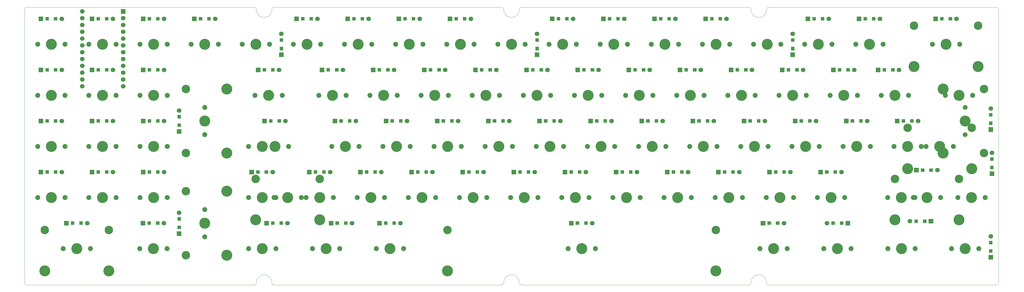
<source format=gbr>
%TF.GenerationSoftware,KiCad,Pcbnew,5.1.10-88a1d61d58~88~ubuntu21.04.1*%
%TF.CreationDate,2021-06-04T00:00:19+02:00*%
%TF.ProjectId,southpawpcb,736f7574-6870-4617-9770-63622e6b6963,rev?*%
%TF.SameCoordinates,Original*%
%TF.FileFunction,Soldermask,Top*%
%TF.FilePolarity,Negative*%
%FSLAX46Y46*%
G04 Gerber Fmt 4.6, Leading zero omitted, Abs format (unit mm)*
G04 Created by KiCad (PCBNEW 5.1.10-88a1d61d58~88~ubuntu21.04.1) date 2021-06-04 00:00:19*
%MOMM*%
%LPD*%
G01*
G04 APERTURE LIST*
%TA.AperFunction,Profile*%
%ADD10C,0.050000*%
%TD*%
%ADD11C,4.087800*%
%ADD12C,3.148000*%
%ADD13C,1.801800*%
%ADD14C,1.850000*%
%ADD15C,1.700000*%
G04 APERTURE END LIST*
D10*
X207042500Y-195818250D02*
G75*
G02*
X206092500Y-196768250I-950000J0D01*
G01*
X298242500Y-93218250D02*
G75*
G02*
X299192500Y-94168250I0J-950000D01*
G01*
X28442500Y-94168250D02*
X28442500Y-194868250D01*
X206092500Y-196768250D02*
X121542500Y-196768250D01*
X298242500Y-196768250D02*
X213692500Y-196768250D01*
X206092500Y-93218250D02*
G75*
G02*
X207042500Y-94168250I0J-950000D01*
G01*
X30342500Y-93218250D02*
X113942500Y-93218250D01*
X213692500Y-196768250D02*
G75*
G02*
X212742500Y-195818250I0J950000D01*
G01*
X121542500Y-196768250D02*
G75*
G02*
X120592500Y-195818250I0J950000D01*
G01*
X120592500Y-94168250D02*
G75*
G02*
X121542500Y-93218250I950000J0D01*
G01*
X390392500Y-93218250D02*
G75*
G02*
X391342500Y-94168250I0J-950000D01*
G01*
X121542500Y-93218250D02*
X206092500Y-93218250D01*
X212742500Y-94168250D02*
G75*
G02*
X213692500Y-93218250I950000J0D01*
G01*
X29392500Y-196768250D02*
G75*
G02*
X28442500Y-195818250I0J950000D01*
G01*
X28442500Y-94168250D02*
G75*
G02*
X29392500Y-93218250I950000J0D01*
G01*
X213692500Y-93218250D02*
X298242500Y-93218250D01*
X207042500Y-195818250D02*
G75*
G02*
X212742500Y-195818250I2850000J0D01*
G01*
X114892500Y-195818250D02*
G75*
G02*
X120592500Y-195818250I2850000J0D01*
G01*
X299192500Y-195818250D02*
G75*
G02*
X298242500Y-196768250I-950000J0D01*
G01*
X113942500Y-196768250D02*
X29392500Y-196768250D01*
X113942500Y-93218250D02*
G75*
G02*
X114892500Y-94168250I0J-950000D01*
G01*
X114892500Y-195818250D02*
G75*
G02*
X113942500Y-196768250I-950000J0D01*
G01*
X304892500Y-94168250D02*
G75*
G02*
X299192500Y-94168250I-2850000J0D01*
G01*
X305842500Y-93218250D02*
X390392500Y-93218250D01*
X120592500Y-94168250D02*
G75*
G02*
X114892500Y-94168250I-2850000J0D01*
G01*
X305842500Y-196768250D02*
X390392500Y-196768250D01*
X299192500Y-195818250D02*
G75*
G02*
X304892500Y-195818250I2850000J0D01*
G01*
X305842500Y-196768250D02*
G75*
G02*
X304892500Y-195818250I0J950000D01*
G01*
X391342500Y-195818250D02*
X391342500Y-94168250D01*
X30342500Y-93218250D02*
X29392500Y-93218250D01*
X391342500Y-195818250D02*
G75*
G02*
X390392500Y-196768250I-950000J0D01*
G01*
X304892500Y-94168250D02*
G75*
G02*
X305842500Y-93218250I950000J0D01*
G01*
X212742500Y-94168250D02*
G75*
G02*
X207042500Y-94168250I-2850000J0D01*
G01*
X28442500Y-194868250D02*
X28442500Y-195818250D01*
D11*
X370690000Y-123669000D03*
X370690000Y-147545000D03*
D12*
X385930000Y-123669000D03*
X385930000Y-147545000D03*
D13*
X378945000Y-140687000D03*
X378945000Y-130527000D03*
D11*
X378945000Y-135607000D03*
D14*
X360200000Y-164187000D03*
X350040000Y-164187000D03*
D11*
X355120000Y-164187000D03*
X138457000Y-172442000D03*
X114581000Y-172442000D03*
D12*
X138457000Y-157202000D03*
X114581000Y-157202000D03*
D14*
X131599000Y-164187000D03*
X121439000Y-164187000D03*
D11*
X126519000Y-164187000D03*
X381353000Y-153392000D03*
X357477000Y-153392000D03*
D12*
X381353000Y-138152000D03*
X357477000Y-138152000D03*
D14*
X374495000Y-145137000D03*
X364335000Y-145137000D03*
D11*
X369415000Y-145137000D03*
D14*
X122125000Y-145137000D03*
X111965000Y-145137000D03*
D11*
X117045000Y-145137000D03*
D14*
X381676000Y-126087000D03*
X371516000Y-126087000D03*
D11*
X376596000Y-126087000D03*
D14*
X386400000Y-164187000D03*
X376240000Y-164187000D03*
D11*
X381320000Y-164187000D03*
G36*
G01*
X389474000Y-153609000D02*
X388274000Y-153609000D01*
G75*
G02*
X388224000Y-153559000I0J50000D01*
G01*
X388224000Y-152359000D01*
G75*
G02*
X388274000Y-152309000I50000J0D01*
G01*
X389474000Y-152309000D01*
G75*
G02*
X389524000Y-152359000I0J-50000D01*
G01*
X389524000Y-153559000D01*
G75*
G02*
X389474000Y-153609000I-50000J0D01*
G01*
G37*
G36*
G01*
X389474000Y-150459000D02*
X388274000Y-150459000D01*
G75*
G02*
X388224000Y-150409000I0J50000D01*
G01*
X388224000Y-149209000D01*
G75*
G02*
X388274000Y-149159000I50000J0D01*
G01*
X389474000Y-149159000D01*
G75*
G02*
X389524000Y-149209000I0J-50000D01*
G01*
X389524000Y-150409000D01*
G75*
G02*
X389474000Y-150459000I-50000J0D01*
G01*
G37*
G36*
G01*
X389674000Y-156134000D02*
X388074000Y-156134000D01*
G75*
G02*
X388024000Y-156084000I0J50000D01*
G01*
X388024000Y-154484000D01*
G75*
G02*
X388074000Y-154434000I50000J0D01*
G01*
X389674000Y-154434000D01*
G75*
G02*
X389724000Y-154484000I0J-50000D01*
G01*
X389724000Y-156084000D01*
G75*
G02*
X389674000Y-156134000I-50000J0D01*
G01*
G37*
D15*
X388874000Y-147484000D03*
G36*
G01*
X64387500Y-93929400D02*
X65987500Y-93929400D01*
G75*
G02*
X66037500Y-93979400I0J-50000D01*
G01*
X66037500Y-95579400D01*
G75*
G02*
X65987500Y-95629400I-50000J0D01*
G01*
X64387500Y-95629400D01*
G75*
G02*
X64337500Y-95579400I0J50000D01*
G01*
X64337500Y-93979400D01*
G75*
G02*
X64387500Y-93929400I50000J0D01*
G01*
G37*
X65187500Y-97319400D03*
X65187500Y-99859400D03*
X65187500Y-102399400D03*
X65187500Y-104939400D03*
X65187500Y-107479400D03*
X65187500Y-110019400D03*
X65187500Y-112559400D03*
X65187500Y-115099400D03*
X65187500Y-117639400D03*
X65187500Y-120179400D03*
X65187500Y-122719400D03*
X49947500Y-122719400D03*
X49947500Y-120179400D03*
X49947500Y-117639400D03*
X49947500Y-115099400D03*
X49947500Y-112559400D03*
X49947500Y-110019400D03*
X49947500Y-107479400D03*
X49947500Y-104939400D03*
X49947500Y-102399400D03*
X49947500Y-99859400D03*
X49947500Y-97319400D03*
X49947500Y-94779400D03*
D11*
X243248000Y-145137000D03*
D14*
X238168000Y-145137000D03*
X248328000Y-145137000D03*
G36*
G01*
X150536000Y-98112000D02*
X150536000Y-96912000D01*
G75*
G02*
X150586000Y-96862000I50000J0D01*
G01*
X151786000Y-96862000D01*
G75*
G02*
X151836000Y-96912000I0J-50000D01*
G01*
X151836000Y-98112000D01*
G75*
G02*
X151786000Y-98162000I-50000J0D01*
G01*
X150586000Y-98162000D01*
G75*
G02*
X150536000Y-98112000I0J50000D01*
G01*
G37*
G36*
G01*
X153686000Y-98112000D02*
X153686000Y-96912000D01*
G75*
G02*
X153736000Y-96862000I50000J0D01*
G01*
X154936000Y-96862000D01*
G75*
G02*
X154986000Y-96912000I0J-50000D01*
G01*
X154986000Y-98112000D01*
G75*
G02*
X154936000Y-98162000I-50000J0D01*
G01*
X153736000Y-98162000D01*
G75*
G02*
X153686000Y-98112000I0J50000D01*
G01*
G37*
G36*
G01*
X148011000Y-98312000D02*
X148011000Y-96712000D01*
G75*
G02*
X148061000Y-96662000I50000J0D01*
G01*
X149661000Y-96662000D01*
G75*
G02*
X149711000Y-96712000I0J-50000D01*
G01*
X149711000Y-98312000D01*
G75*
G02*
X149661000Y-98362000I-50000J0D01*
G01*
X148061000Y-98362000D01*
G75*
G02*
X148011000Y-98312000I0J50000D01*
G01*
G37*
D15*
X156661000Y-97512000D03*
D11*
X271824000Y-164187000D03*
D14*
X266744000Y-164187000D03*
X276904000Y-164187000D03*
D15*
X285248000Y-135612000D03*
G36*
G01*
X276598000Y-136412000D02*
X276598000Y-134812000D01*
G75*
G02*
X276648000Y-134762000I50000J0D01*
G01*
X278248000Y-134762000D01*
G75*
G02*
X278298000Y-134812000I0J-50000D01*
G01*
X278298000Y-136412000D01*
G75*
G02*
X278248000Y-136462000I-50000J0D01*
G01*
X276648000Y-136462000D01*
G75*
G02*
X276598000Y-136412000I0J50000D01*
G01*
G37*
G36*
G01*
X282273000Y-136212000D02*
X282273000Y-135012000D01*
G75*
G02*
X282323000Y-134962000I50000J0D01*
G01*
X283523000Y-134962000D01*
G75*
G02*
X283573000Y-135012000I0J-50000D01*
G01*
X283573000Y-136212000D01*
G75*
G02*
X283523000Y-136262000I-50000J0D01*
G01*
X282323000Y-136262000D01*
G75*
G02*
X282273000Y-136212000I0J50000D01*
G01*
G37*
G36*
G01*
X279123000Y-136212000D02*
X279123000Y-135012000D01*
G75*
G02*
X279173000Y-134962000I50000J0D01*
G01*
X280373000Y-134962000D01*
G75*
G02*
X280423000Y-135012000I0J-50000D01*
G01*
X280423000Y-136212000D01*
G75*
G02*
X280373000Y-136262000I-50000J0D01*
G01*
X279173000Y-136262000D01*
G75*
G02*
X279123000Y-136212000I0J50000D01*
G01*
G37*
D11*
X331355000Y-183237000D03*
D14*
X326275000Y-183237000D03*
X336435000Y-183237000D03*
D15*
X126455000Y-173712000D03*
G36*
G01*
X117805000Y-174512000D02*
X117805000Y-172912000D01*
G75*
G02*
X117855000Y-172862000I50000J0D01*
G01*
X119455000Y-172862000D01*
G75*
G02*
X119505000Y-172912000I0J-50000D01*
G01*
X119505000Y-174512000D01*
G75*
G02*
X119455000Y-174562000I-50000J0D01*
G01*
X117855000Y-174562000D01*
G75*
G02*
X117805000Y-174512000I0J50000D01*
G01*
G37*
G36*
G01*
X123480000Y-174312000D02*
X123480000Y-173112000D01*
G75*
G02*
X123530000Y-173062000I50000J0D01*
G01*
X124730000Y-173062000D01*
G75*
G02*
X124780000Y-173112000I0J-50000D01*
G01*
X124780000Y-174312000D01*
G75*
G02*
X124730000Y-174362000I-50000J0D01*
G01*
X123530000Y-174362000D01*
G75*
G02*
X123480000Y-174312000I0J50000D01*
G01*
G37*
G36*
G01*
X120330000Y-174312000D02*
X120330000Y-173112000D01*
G75*
G02*
X120380000Y-173062000I50000J0D01*
G01*
X121580000Y-173062000D01*
G75*
G02*
X121630000Y-173112000I0J-50000D01*
G01*
X121630000Y-174312000D01*
G75*
G02*
X121580000Y-174362000I-50000J0D01*
G01*
X120380000Y-174362000D01*
G75*
G02*
X120330000Y-174312000I0J50000D01*
G01*
G37*
D14*
X162604000Y-164187000D03*
X152444000Y-164187000D03*
D11*
X157524000Y-164187000D03*
G36*
G01*
X74336200Y-136212000D02*
X74336200Y-135012000D01*
G75*
G02*
X74386200Y-134962000I50000J0D01*
G01*
X75586200Y-134962000D01*
G75*
G02*
X75636200Y-135012000I0J-50000D01*
G01*
X75636200Y-136212000D01*
G75*
G02*
X75586200Y-136262000I-50000J0D01*
G01*
X74386200Y-136262000D01*
G75*
G02*
X74336200Y-136212000I0J50000D01*
G01*
G37*
G36*
G01*
X77486200Y-136212000D02*
X77486200Y-135012000D01*
G75*
G02*
X77536200Y-134962000I50000J0D01*
G01*
X78736200Y-134962000D01*
G75*
G02*
X78786200Y-135012000I0J-50000D01*
G01*
X78786200Y-136212000D01*
G75*
G02*
X78736200Y-136262000I-50000J0D01*
G01*
X77536200Y-136262000D01*
G75*
G02*
X77486200Y-136212000I0J50000D01*
G01*
G37*
G36*
G01*
X71811200Y-136412000D02*
X71811200Y-134812000D01*
G75*
G02*
X71861200Y-134762000I50000J0D01*
G01*
X73461200Y-134762000D01*
G75*
G02*
X73511200Y-134812000I0J-50000D01*
G01*
X73511200Y-136412000D01*
G75*
G02*
X73461200Y-136462000I-50000J0D01*
G01*
X71861200Y-136462000D01*
G75*
G02*
X71811200Y-136412000I0J50000D01*
G01*
G37*
D15*
X80461200Y-135612000D03*
D14*
X167366000Y-126087000D03*
X157206000Y-126087000D03*
D11*
X162286000Y-126087000D03*
X171811000Y-107037000D03*
D14*
X166731000Y-107037000D03*
X176891000Y-107037000D03*
D15*
X61411200Y-97512000D03*
G36*
G01*
X52761200Y-98312000D02*
X52761200Y-96712000D01*
G75*
G02*
X52811200Y-96662000I50000J0D01*
G01*
X54411200Y-96662000D01*
G75*
G02*
X54461200Y-96712000I0J-50000D01*
G01*
X54461200Y-98312000D01*
G75*
G02*
X54411200Y-98362000I-50000J0D01*
G01*
X52811200Y-98362000D01*
G75*
G02*
X52761200Y-98312000I0J50000D01*
G01*
G37*
G36*
G01*
X58436200Y-98112000D02*
X58436200Y-96912000D01*
G75*
G02*
X58486200Y-96862000I50000J0D01*
G01*
X59686200Y-96862000D01*
G75*
G02*
X59736200Y-96912000I0J-50000D01*
G01*
X59736200Y-98112000D01*
G75*
G02*
X59686200Y-98162000I-50000J0D01*
G01*
X58486200Y-98162000D01*
G75*
G02*
X58436200Y-98112000I0J50000D01*
G01*
G37*
G36*
G01*
X55286200Y-98112000D02*
X55286200Y-96912000D01*
G75*
G02*
X55336200Y-96862000I50000J0D01*
G01*
X56536200Y-96862000D01*
G75*
G02*
X56586200Y-96912000I0J-50000D01*
G01*
X56586200Y-98112000D01*
G75*
G02*
X56536200Y-98162000I-50000J0D01*
G01*
X55336200Y-98162000D01*
G75*
G02*
X55286200Y-98112000I0J50000D01*
G01*
G37*
X323348000Y-135612000D03*
G36*
G01*
X314698000Y-136412000D02*
X314698000Y-134812000D01*
G75*
G02*
X314748000Y-134762000I50000J0D01*
G01*
X316348000Y-134762000D01*
G75*
G02*
X316398000Y-134812000I0J-50000D01*
G01*
X316398000Y-136412000D01*
G75*
G02*
X316348000Y-136462000I-50000J0D01*
G01*
X314748000Y-136462000D01*
G75*
G02*
X314698000Y-136412000I0J50000D01*
G01*
G37*
G36*
G01*
X320373000Y-136212000D02*
X320373000Y-135012000D01*
G75*
G02*
X320423000Y-134962000I50000J0D01*
G01*
X321623000Y-134962000D01*
G75*
G02*
X321673000Y-135012000I0J-50000D01*
G01*
X321673000Y-136212000D01*
G75*
G02*
X321623000Y-136262000I-50000J0D01*
G01*
X320423000Y-136262000D01*
G75*
G02*
X320373000Y-136212000I0J50000D01*
G01*
G37*
G36*
G01*
X317223000Y-136212000D02*
X317223000Y-135012000D01*
G75*
G02*
X317273000Y-134962000I50000J0D01*
G01*
X318473000Y-134962000D01*
G75*
G02*
X318523000Y-135012000I0J-50000D01*
G01*
X318523000Y-136212000D01*
G75*
G02*
X318473000Y-136262000I-50000J0D01*
G01*
X317273000Y-136262000D01*
G75*
G02*
X317223000Y-136212000I0J50000D01*
G01*
G37*
D11*
X219436000Y-126087000D03*
D14*
X214356000Y-126087000D03*
X224516000Y-126087000D03*
G36*
G01*
X74336200Y-117162000D02*
X74336200Y-115962000D01*
G75*
G02*
X74386200Y-115912000I50000J0D01*
G01*
X75586200Y-115912000D01*
G75*
G02*
X75636200Y-115962000I0J-50000D01*
G01*
X75636200Y-117162000D01*
G75*
G02*
X75586200Y-117212000I-50000J0D01*
G01*
X74386200Y-117212000D01*
G75*
G02*
X74336200Y-117162000I0J50000D01*
G01*
G37*
G36*
G01*
X77486200Y-117162000D02*
X77486200Y-115962000D01*
G75*
G02*
X77536200Y-115912000I50000J0D01*
G01*
X78736200Y-115912000D01*
G75*
G02*
X78786200Y-115962000I0J-50000D01*
G01*
X78786200Y-117162000D01*
G75*
G02*
X78736200Y-117212000I-50000J0D01*
G01*
X77536200Y-117212000D01*
G75*
G02*
X77486200Y-117162000I0J50000D01*
G01*
G37*
G36*
G01*
X71811200Y-117362000D02*
X71811200Y-115762000D01*
G75*
G02*
X71861200Y-115712000I50000J0D01*
G01*
X73461200Y-115712000D01*
G75*
G02*
X73511200Y-115762000I0J-50000D01*
G01*
X73511200Y-117362000D01*
G75*
G02*
X73461200Y-117412000I-50000J0D01*
G01*
X71861200Y-117412000D01*
G75*
G02*
X71811200Y-117362000I0J50000D01*
G01*
G37*
D15*
X80461200Y-116562000D03*
X42361200Y-154662000D03*
G36*
G01*
X33711200Y-155462000D02*
X33711200Y-153862000D01*
G75*
G02*
X33761200Y-153812000I50000J0D01*
G01*
X35361200Y-153812000D01*
G75*
G02*
X35411200Y-153862000I0J-50000D01*
G01*
X35411200Y-155462000D01*
G75*
G02*
X35361200Y-155512000I-50000J0D01*
G01*
X33761200Y-155512000D01*
G75*
G02*
X33711200Y-155462000I0J50000D01*
G01*
G37*
G36*
G01*
X39386200Y-155262000D02*
X39386200Y-154062000D01*
G75*
G02*
X39436200Y-154012000I50000J0D01*
G01*
X40636200Y-154012000D01*
G75*
G02*
X40686200Y-154062000I0J-50000D01*
G01*
X40686200Y-155262000D01*
G75*
G02*
X40636200Y-155312000I-50000J0D01*
G01*
X39436200Y-155312000D01*
G75*
G02*
X39386200Y-155262000I0J50000D01*
G01*
G37*
G36*
G01*
X36236200Y-155262000D02*
X36236200Y-154062000D01*
G75*
G02*
X36286200Y-154012000I50000J0D01*
G01*
X37486200Y-154012000D01*
G75*
G02*
X37536200Y-154062000I0J-50000D01*
G01*
X37536200Y-155262000D01*
G75*
G02*
X37486200Y-155312000I-50000J0D01*
G01*
X36286200Y-155312000D01*
G75*
G02*
X36236200Y-155262000I0J50000D01*
G01*
G37*
X185236000Y-116562000D03*
G36*
G01*
X176586000Y-117362000D02*
X176586000Y-115762000D01*
G75*
G02*
X176636000Y-115712000I50000J0D01*
G01*
X178236000Y-115712000D01*
G75*
G02*
X178286000Y-115762000I0J-50000D01*
G01*
X178286000Y-117362000D01*
G75*
G02*
X178236000Y-117412000I-50000J0D01*
G01*
X176636000Y-117412000D01*
G75*
G02*
X176586000Y-117362000I0J50000D01*
G01*
G37*
G36*
G01*
X182261000Y-117162000D02*
X182261000Y-115962000D01*
G75*
G02*
X182311000Y-115912000I50000J0D01*
G01*
X183511000Y-115912000D01*
G75*
G02*
X183561000Y-115962000I0J-50000D01*
G01*
X183561000Y-117162000D01*
G75*
G02*
X183511000Y-117212000I-50000J0D01*
G01*
X182311000Y-117212000D01*
G75*
G02*
X182261000Y-117162000I0J50000D01*
G01*
G37*
G36*
G01*
X179111000Y-117162000D02*
X179111000Y-115962000D01*
G75*
G02*
X179161000Y-115912000I50000J0D01*
G01*
X180361000Y-115912000D01*
G75*
G02*
X180411000Y-115962000I0J-50000D01*
G01*
X180411000Y-117162000D01*
G75*
G02*
X180361000Y-117212000I-50000J0D01*
G01*
X179161000Y-117212000D01*
G75*
G02*
X179111000Y-117162000I0J50000D01*
G01*
G37*
G36*
G01*
X174349000Y-155262000D02*
X174349000Y-154062000D01*
G75*
G02*
X174399000Y-154012000I50000J0D01*
G01*
X175599000Y-154012000D01*
G75*
G02*
X175649000Y-154062000I0J-50000D01*
G01*
X175649000Y-155262000D01*
G75*
G02*
X175599000Y-155312000I-50000J0D01*
G01*
X174399000Y-155312000D01*
G75*
G02*
X174349000Y-155262000I0J50000D01*
G01*
G37*
G36*
G01*
X177499000Y-155262000D02*
X177499000Y-154062000D01*
G75*
G02*
X177549000Y-154012000I50000J0D01*
G01*
X178749000Y-154012000D01*
G75*
G02*
X178799000Y-154062000I0J-50000D01*
G01*
X178799000Y-155262000D01*
G75*
G02*
X178749000Y-155312000I-50000J0D01*
G01*
X177549000Y-155312000D01*
G75*
G02*
X177499000Y-155262000I0J50000D01*
G01*
G37*
G36*
G01*
X171824000Y-155462000D02*
X171824000Y-153862000D01*
G75*
G02*
X171874000Y-153812000I50000J0D01*
G01*
X173474000Y-153812000D01*
G75*
G02*
X173524000Y-153862000I0J-50000D01*
G01*
X173524000Y-155462000D01*
G75*
G02*
X173474000Y-155512000I-50000J0D01*
G01*
X171874000Y-155512000D01*
G75*
G02*
X171824000Y-155462000I0J50000D01*
G01*
G37*
X180474000Y-154662000D03*
X170948000Y-135612000D03*
G36*
G01*
X162298000Y-136412000D02*
X162298000Y-134812000D01*
G75*
G02*
X162348000Y-134762000I50000J0D01*
G01*
X163948000Y-134762000D01*
G75*
G02*
X163998000Y-134812000I0J-50000D01*
G01*
X163998000Y-136412000D01*
G75*
G02*
X163948000Y-136462000I-50000J0D01*
G01*
X162348000Y-136462000D01*
G75*
G02*
X162298000Y-136412000I0J50000D01*
G01*
G37*
G36*
G01*
X167973000Y-136212000D02*
X167973000Y-135012000D01*
G75*
G02*
X168023000Y-134962000I50000J0D01*
G01*
X169223000Y-134962000D01*
G75*
G02*
X169273000Y-135012000I0J-50000D01*
G01*
X169273000Y-136212000D01*
G75*
G02*
X169223000Y-136262000I-50000J0D01*
G01*
X168023000Y-136262000D01*
G75*
G02*
X167973000Y-136212000I0J50000D01*
G01*
G37*
G36*
G01*
X164823000Y-136212000D02*
X164823000Y-135012000D01*
G75*
G02*
X164873000Y-134962000I50000J0D01*
G01*
X166073000Y-134962000D01*
G75*
G02*
X166123000Y-135012000I0J-50000D01*
G01*
X166123000Y-136212000D01*
G75*
G02*
X166073000Y-136262000I-50000J0D01*
G01*
X164873000Y-136262000D01*
G75*
G02*
X164823000Y-136212000I0J50000D01*
G01*
G37*
X99511200Y-97512000D03*
G36*
G01*
X90861200Y-98312000D02*
X90861200Y-96712000D01*
G75*
G02*
X90911200Y-96662000I50000J0D01*
G01*
X92511200Y-96662000D01*
G75*
G02*
X92561200Y-96712000I0J-50000D01*
G01*
X92561200Y-98312000D01*
G75*
G02*
X92511200Y-98362000I-50000J0D01*
G01*
X90911200Y-98362000D01*
G75*
G02*
X90861200Y-98312000I0J50000D01*
G01*
G37*
G36*
G01*
X96536200Y-98112000D02*
X96536200Y-96912000D01*
G75*
G02*
X96586200Y-96862000I50000J0D01*
G01*
X97786200Y-96862000D01*
G75*
G02*
X97836200Y-96912000I0J-50000D01*
G01*
X97836200Y-98112000D01*
G75*
G02*
X97786200Y-98162000I-50000J0D01*
G01*
X96586200Y-98162000D01*
G75*
G02*
X96536200Y-98112000I0J50000D01*
G01*
G37*
G36*
G01*
X93386200Y-98112000D02*
X93386200Y-96912000D01*
G75*
G02*
X93436200Y-96862000I50000J0D01*
G01*
X94636200Y-96862000D01*
G75*
G02*
X94686200Y-96912000I0J-50000D01*
G01*
X94686200Y-98112000D01*
G75*
G02*
X94636200Y-98162000I-50000J0D01*
G01*
X93436200Y-98162000D01*
G75*
G02*
X93386200Y-98112000I0J50000D01*
G01*
G37*
D11*
X200386000Y-126087000D03*
D14*
X195306000Y-126087000D03*
X205466000Y-126087000D03*
G36*
G01*
X74336200Y-98112000D02*
X74336200Y-96912000D01*
G75*
G02*
X74386200Y-96862000I50000J0D01*
G01*
X75586200Y-96862000D01*
G75*
G02*
X75636200Y-96912000I0J-50000D01*
G01*
X75636200Y-98112000D01*
G75*
G02*
X75586200Y-98162000I-50000J0D01*
G01*
X74386200Y-98162000D01*
G75*
G02*
X74336200Y-98112000I0J50000D01*
G01*
G37*
G36*
G01*
X77486200Y-98112000D02*
X77486200Y-96912000D01*
G75*
G02*
X77536200Y-96862000I50000J0D01*
G01*
X78736200Y-96862000D01*
G75*
G02*
X78786200Y-96912000I0J-50000D01*
G01*
X78786200Y-98112000D01*
G75*
G02*
X78736200Y-98162000I-50000J0D01*
G01*
X77536200Y-98162000D01*
G75*
G02*
X77486200Y-98112000I0J50000D01*
G01*
G37*
G36*
G01*
X71811200Y-98312000D02*
X71811200Y-96712000D01*
G75*
G02*
X71861200Y-96662000I50000J0D01*
G01*
X73461200Y-96662000D01*
G75*
G02*
X73511200Y-96712000I0J-50000D01*
G01*
X73511200Y-98312000D01*
G75*
G02*
X73461200Y-98362000I-50000J0D01*
G01*
X71861200Y-98362000D01*
G75*
G02*
X71811200Y-98312000I0J50000D01*
G01*
G37*
D15*
X80461200Y-97512000D03*
D11*
X114661000Y-107037000D03*
D14*
X109581000Y-107037000D03*
X119741000Y-107037000D03*
X257854000Y-164187000D03*
X247694000Y-164187000D03*
D11*
X252774000Y-164187000D03*
G36*
G01*
X160061000Y-117162000D02*
X160061000Y-115962000D01*
G75*
G02*
X160111000Y-115912000I50000J0D01*
G01*
X161311000Y-115912000D01*
G75*
G02*
X161361000Y-115962000I0J-50000D01*
G01*
X161361000Y-117162000D01*
G75*
G02*
X161311000Y-117212000I-50000J0D01*
G01*
X160111000Y-117212000D01*
G75*
G02*
X160061000Y-117162000I0J50000D01*
G01*
G37*
G36*
G01*
X163211000Y-117162000D02*
X163211000Y-115962000D01*
G75*
G02*
X163261000Y-115912000I50000J0D01*
G01*
X164461000Y-115912000D01*
G75*
G02*
X164511000Y-115962000I0J-50000D01*
G01*
X164511000Y-117162000D01*
G75*
G02*
X164461000Y-117212000I-50000J0D01*
G01*
X163261000Y-117212000D01*
G75*
G02*
X163211000Y-117162000I0J50000D01*
G01*
G37*
G36*
G01*
X157536000Y-117362000D02*
X157536000Y-115762000D01*
G75*
G02*
X157586000Y-115712000I50000J0D01*
G01*
X159186000Y-115712000D01*
G75*
G02*
X159236000Y-115762000I0J-50000D01*
G01*
X159236000Y-117362000D01*
G75*
G02*
X159186000Y-117412000I-50000J0D01*
G01*
X157586000Y-117412000D01*
G75*
G02*
X157536000Y-117362000I0J50000D01*
G01*
G37*
D15*
X166186000Y-116562000D03*
X80417500Y-173712000D03*
G36*
G01*
X71767500Y-174512000D02*
X71767500Y-172912000D01*
G75*
G02*
X71817500Y-172862000I50000J0D01*
G01*
X73417500Y-172862000D01*
G75*
G02*
X73467500Y-172912000I0J-50000D01*
G01*
X73467500Y-174512000D01*
G75*
G02*
X73417500Y-174562000I-50000J0D01*
G01*
X71817500Y-174562000D01*
G75*
G02*
X71767500Y-174512000I0J50000D01*
G01*
G37*
G36*
G01*
X77442500Y-174312000D02*
X77442500Y-173112000D01*
G75*
G02*
X77492500Y-173062000I50000J0D01*
G01*
X78692500Y-173062000D01*
G75*
G02*
X78742500Y-173112000I0J-50000D01*
G01*
X78742500Y-174312000D01*
G75*
G02*
X78692500Y-174362000I-50000J0D01*
G01*
X77492500Y-174362000D01*
G75*
G02*
X77442500Y-174312000I0J50000D01*
G01*
G37*
G36*
G01*
X74292500Y-174312000D02*
X74292500Y-173112000D01*
G75*
G02*
X74342500Y-173062000I50000J0D01*
G01*
X75542500Y-173062000D01*
G75*
G02*
X75592500Y-173112000I0J-50000D01*
G01*
X75592500Y-174312000D01*
G75*
G02*
X75542500Y-174362000I-50000J0D01*
G01*
X74342500Y-174362000D01*
G75*
G02*
X74292500Y-174312000I0J50000D01*
G01*
G37*
D14*
X315004000Y-164187000D03*
X304844000Y-164187000D03*
D11*
X309924000Y-164187000D03*
D15*
X358367000Y-173005800D03*
G36*
G01*
X367017000Y-172205800D02*
X367017000Y-173805800D01*
G75*
G02*
X366967000Y-173855800I-50000J0D01*
G01*
X365367000Y-173855800D01*
G75*
G02*
X365317000Y-173805800I0J50000D01*
G01*
X365317000Y-172205800D01*
G75*
G02*
X365367000Y-172155800I50000J0D01*
G01*
X366967000Y-172155800D01*
G75*
G02*
X367017000Y-172205800I0J-50000D01*
G01*
G37*
G36*
G01*
X361342000Y-172405800D02*
X361342000Y-173605800D01*
G75*
G02*
X361292000Y-173655800I-50000J0D01*
G01*
X360092000Y-173655800D01*
G75*
G02*
X360042000Y-173605800I0J50000D01*
G01*
X360042000Y-172405800D01*
G75*
G02*
X360092000Y-172355800I50000J0D01*
G01*
X361292000Y-172355800D01*
G75*
G02*
X361342000Y-172405800I0J-50000D01*
G01*
G37*
G36*
G01*
X364492000Y-172405800D02*
X364492000Y-173605800D01*
G75*
G02*
X364442000Y-173655800I-50000J0D01*
G01*
X363242000Y-173655800D01*
G75*
G02*
X363192000Y-173605800I0J50000D01*
G01*
X363192000Y-172405800D01*
G75*
G02*
X363242000Y-172355800I50000J0D01*
G01*
X364442000Y-172355800D01*
G75*
G02*
X364492000Y-172405800I0J-50000D01*
G01*
G37*
X327411000Y-173712000D03*
G36*
G01*
X336061000Y-172912000D02*
X336061000Y-174512000D01*
G75*
G02*
X336011000Y-174562000I-50000J0D01*
G01*
X334411000Y-174562000D01*
G75*
G02*
X334361000Y-174512000I0J50000D01*
G01*
X334361000Y-172912000D01*
G75*
G02*
X334411000Y-172862000I50000J0D01*
G01*
X336011000Y-172862000D01*
G75*
G02*
X336061000Y-172912000I0J-50000D01*
G01*
G37*
G36*
G01*
X330386000Y-173112000D02*
X330386000Y-174312000D01*
G75*
G02*
X330336000Y-174362000I-50000J0D01*
G01*
X329136000Y-174362000D01*
G75*
G02*
X329086000Y-174312000I0J50000D01*
G01*
X329086000Y-173112000D01*
G75*
G02*
X329136000Y-173062000I50000J0D01*
G01*
X330336000Y-173062000D01*
G75*
G02*
X330386000Y-173112000I0J-50000D01*
G01*
G37*
G36*
G01*
X333536000Y-173112000D02*
X333536000Y-174312000D01*
G75*
G02*
X333486000Y-174362000I-50000J0D01*
G01*
X332286000Y-174362000D01*
G75*
G02*
X332236000Y-174312000I0J50000D01*
G01*
X332236000Y-173112000D01*
G75*
G02*
X332286000Y-173062000I50000J0D01*
G01*
X333486000Y-173062000D01*
G75*
G02*
X333536000Y-173112000I0J-50000D01*
G01*
G37*
G36*
G01*
X221973000Y-136212000D02*
X221973000Y-135012000D01*
G75*
G02*
X222023000Y-134962000I50000J0D01*
G01*
X223223000Y-134962000D01*
G75*
G02*
X223273000Y-135012000I0J-50000D01*
G01*
X223273000Y-136212000D01*
G75*
G02*
X223223000Y-136262000I-50000J0D01*
G01*
X222023000Y-136262000D01*
G75*
G02*
X221973000Y-136212000I0J50000D01*
G01*
G37*
G36*
G01*
X225123000Y-136212000D02*
X225123000Y-135012000D01*
G75*
G02*
X225173000Y-134962000I50000J0D01*
G01*
X226373000Y-134962000D01*
G75*
G02*
X226423000Y-135012000I0J-50000D01*
G01*
X226423000Y-136212000D01*
G75*
G02*
X226373000Y-136262000I-50000J0D01*
G01*
X225173000Y-136262000D01*
G75*
G02*
X225123000Y-136212000I0J50000D01*
G01*
G37*
G36*
G01*
X219448000Y-136412000D02*
X219448000Y-134812000D01*
G75*
G02*
X219498000Y-134762000I50000J0D01*
G01*
X221098000Y-134762000D01*
G75*
G02*
X221148000Y-134812000I0J-50000D01*
G01*
X221148000Y-136412000D01*
G75*
G02*
X221098000Y-136462000I-50000J0D01*
G01*
X219498000Y-136462000D01*
G75*
G02*
X219448000Y-136412000I0J50000D01*
G01*
G37*
X228098000Y-135612000D03*
X328111000Y-97512000D03*
G36*
G01*
X319461000Y-98312000D02*
X319461000Y-96712000D01*
G75*
G02*
X319511000Y-96662000I50000J0D01*
G01*
X321111000Y-96662000D01*
G75*
G02*
X321161000Y-96712000I0J-50000D01*
G01*
X321161000Y-98312000D01*
G75*
G02*
X321111000Y-98362000I-50000J0D01*
G01*
X319511000Y-98362000D01*
G75*
G02*
X319461000Y-98312000I0J50000D01*
G01*
G37*
G36*
G01*
X325136000Y-98112000D02*
X325136000Y-96912000D01*
G75*
G02*
X325186000Y-96862000I50000J0D01*
G01*
X326386000Y-96862000D01*
G75*
G02*
X326436000Y-96912000I0J-50000D01*
G01*
X326436000Y-98112000D01*
G75*
G02*
X326386000Y-98162000I-50000J0D01*
G01*
X325186000Y-98162000D01*
G75*
G02*
X325136000Y-98112000I0J50000D01*
G01*
G37*
G36*
G01*
X321986000Y-98112000D02*
X321986000Y-96912000D01*
G75*
G02*
X322036000Y-96862000I50000J0D01*
G01*
X323236000Y-96862000D01*
G75*
G02*
X323286000Y-96912000I0J-50000D01*
G01*
X323286000Y-98112000D01*
G75*
G02*
X323236000Y-98162000I-50000J0D01*
G01*
X322036000Y-98162000D01*
G75*
G02*
X321986000Y-98112000I0J50000D01*
G01*
G37*
D11*
X181336000Y-126087000D03*
D14*
X176256000Y-126087000D03*
X186416000Y-126087000D03*
X138791000Y-107037000D03*
X128631000Y-107037000D03*
D11*
X133711000Y-107037000D03*
D15*
X86086200Y-131712000D03*
G36*
G01*
X86886200Y-140362000D02*
X85286200Y-140362000D01*
G75*
G02*
X85236200Y-140312000I0J50000D01*
G01*
X85236200Y-138712000D01*
G75*
G02*
X85286200Y-138662000I50000J0D01*
G01*
X86886200Y-138662000D01*
G75*
G02*
X86936200Y-138712000I0J-50000D01*
G01*
X86936200Y-140312000D01*
G75*
G02*
X86886200Y-140362000I-50000J0D01*
G01*
G37*
G36*
G01*
X86686200Y-134687000D02*
X85486200Y-134687000D01*
G75*
G02*
X85436200Y-134637000I0J50000D01*
G01*
X85436200Y-133437000D01*
G75*
G02*
X85486200Y-133387000I50000J0D01*
G01*
X86686200Y-133387000D01*
G75*
G02*
X86736200Y-133437000I0J-50000D01*
G01*
X86736200Y-134637000D01*
G75*
G02*
X86686200Y-134687000I-50000J0D01*
G01*
G37*
G36*
G01*
X86686200Y-137837000D02*
X85486200Y-137837000D01*
G75*
G02*
X85436200Y-137787000I0J50000D01*
G01*
X85436200Y-136587000D01*
G75*
G02*
X85486200Y-136537000I50000J0D01*
G01*
X86686200Y-136537000D01*
G75*
G02*
X86736200Y-136587000I0J-50000D01*
G01*
X86736200Y-137787000D01*
G75*
G02*
X86686200Y-137837000I-50000J0D01*
G01*
G37*
X219436000Y-103137000D03*
G36*
G01*
X220236000Y-111787000D02*
X218636000Y-111787000D01*
G75*
G02*
X218586000Y-111737000I0J50000D01*
G01*
X218586000Y-110137000D01*
G75*
G02*
X218636000Y-110087000I50000J0D01*
G01*
X220236000Y-110087000D01*
G75*
G02*
X220286000Y-110137000I0J-50000D01*
G01*
X220286000Y-111737000D01*
G75*
G02*
X220236000Y-111787000I-50000J0D01*
G01*
G37*
G36*
G01*
X220036000Y-106112000D02*
X218836000Y-106112000D01*
G75*
G02*
X218786000Y-106062000I0J50000D01*
G01*
X218786000Y-104862000D01*
G75*
G02*
X218836000Y-104812000I50000J0D01*
G01*
X220036000Y-104812000D01*
G75*
G02*
X220086000Y-104862000I0J-50000D01*
G01*
X220086000Y-106062000D01*
G75*
G02*
X220036000Y-106112000I-50000J0D01*
G01*
G37*
G36*
G01*
X220036000Y-109262000D02*
X218836000Y-109262000D01*
G75*
G02*
X218786000Y-109212000I0J50000D01*
G01*
X218786000Y-108012000D01*
G75*
G02*
X218836000Y-107962000I50000J0D01*
G01*
X220036000Y-107962000D01*
G75*
G02*
X220086000Y-108012000I0J-50000D01*
G01*
X220086000Y-109212000D01*
G75*
G02*
X220036000Y-109262000I-50000J0D01*
G01*
G37*
D14*
X262616000Y-126087000D03*
X252456000Y-126087000D03*
D11*
X257536000Y-126087000D03*
G36*
G01*
X55286200Y-155262000D02*
X55286200Y-154062000D01*
G75*
G02*
X55336200Y-154012000I50000J0D01*
G01*
X56536200Y-154012000D01*
G75*
G02*
X56586200Y-154062000I0J-50000D01*
G01*
X56586200Y-155262000D01*
G75*
G02*
X56536200Y-155312000I-50000J0D01*
G01*
X55336200Y-155312000D01*
G75*
G02*
X55286200Y-155262000I0J50000D01*
G01*
G37*
G36*
G01*
X58436200Y-155262000D02*
X58436200Y-154062000D01*
G75*
G02*
X58486200Y-154012000I50000J0D01*
G01*
X59686200Y-154012000D01*
G75*
G02*
X59736200Y-154062000I0J-50000D01*
G01*
X59736200Y-155262000D01*
G75*
G02*
X59686200Y-155312000I-50000J0D01*
G01*
X58486200Y-155312000D01*
G75*
G02*
X58436200Y-155262000I0J50000D01*
G01*
G37*
G36*
G01*
X52761200Y-155462000D02*
X52761200Y-153862000D01*
G75*
G02*
X52811200Y-153812000I50000J0D01*
G01*
X54411200Y-153812000D01*
G75*
G02*
X54461200Y-153862000I0J-50000D01*
G01*
X54461200Y-155462000D01*
G75*
G02*
X54411200Y-155512000I-50000J0D01*
G01*
X52811200Y-155512000D01*
G75*
G02*
X52761200Y-155462000I0J50000D01*
G01*
G37*
D15*
X61411200Y-154662000D03*
G36*
G01*
X36236200Y-117162000D02*
X36236200Y-115962000D01*
G75*
G02*
X36286200Y-115912000I50000J0D01*
G01*
X37486200Y-115912000D01*
G75*
G02*
X37536200Y-115962000I0J-50000D01*
G01*
X37536200Y-117162000D01*
G75*
G02*
X37486200Y-117212000I-50000J0D01*
G01*
X36286200Y-117212000D01*
G75*
G02*
X36236200Y-117162000I0J50000D01*
G01*
G37*
G36*
G01*
X39386200Y-117162000D02*
X39386200Y-115962000D01*
G75*
G02*
X39436200Y-115912000I50000J0D01*
G01*
X40636200Y-115912000D01*
G75*
G02*
X40686200Y-115962000I0J-50000D01*
G01*
X40686200Y-117162000D01*
G75*
G02*
X40636200Y-117212000I-50000J0D01*
G01*
X39436200Y-117212000D01*
G75*
G02*
X39386200Y-117162000I0J50000D01*
G01*
G37*
G36*
G01*
X33711200Y-117362000D02*
X33711200Y-115762000D01*
G75*
G02*
X33761200Y-115712000I50000J0D01*
G01*
X35361200Y-115712000D01*
G75*
G02*
X35411200Y-115762000I0J-50000D01*
G01*
X35411200Y-117362000D01*
G75*
G02*
X35361200Y-117412000I-50000J0D01*
G01*
X33761200Y-117412000D01*
G75*
G02*
X33711200Y-117362000I0J50000D01*
G01*
G37*
X42361200Y-116562000D03*
D14*
X357866000Y-126087000D03*
X347706000Y-126087000D03*
D11*
X352786000Y-126087000D03*
G36*
G01*
X114774000Y-155262000D02*
X114774000Y-154062000D01*
G75*
G02*
X114824000Y-154012000I50000J0D01*
G01*
X116024000Y-154012000D01*
G75*
G02*
X116074000Y-154062000I0J-50000D01*
G01*
X116074000Y-155262000D01*
G75*
G02*
X116024000Y-155312000I-50000J0D01*
G01*
X114824000Y-155312000D01*
G75*
G02*
X114774000Y-155262000I0J50000D01*
G01*
G37*
G36*
G01*
X117924000Y-155262000D02*
X117924000Y-154062000D01*
G75*
G02*
X117974000Y-154012000I50000J0D01*
G01*
X119174000Y-154012000D01*
G75*
G02*
X119224000Y-154062000I0J-50000D01*
G01*
X119224000Y-155262000D01*
G75*
G02*
X119174000Y-155312000I-50000J0D01*
G01*
X117974000Y-155312000D01*
G75*
G02*
X117924000Y-155262000I0J50000D01*
G01*
G37*
G36*
G01*
X112249000Y-155462000D02*
X112249000Y-153862000D01*
G75*
G02*
X112299000Y-153812000I50000J0D01*
G01*
X113899000Y-153812000D01*
G75*
G02*
X113949000Y-153862000I0J-50000D01*
G01*
X113949000Y-155462000D01*
G75*
G02*
X113899000Y-155512000I-50000J0D01*
G01*
X112299000Y-155512000D01*
G75*
G02*
X112249000Y-155462000I0J50000D01*
G01*
G37*
D15*
X120899000Y-154662000D03*
D14*
X281666000Y-126087000D03*
X271506000Y-126087000D03*
D11*
X276586000Y-126087000D03*
G36*
G01*
X260073000Y-136212000D02*
X260073000Y-135012000D01*
G75*
G02*
X260123000Y-134962000I50000J0D01*
G01*
X261323000Y-134962000D01*
G75*
G02*
X261373000Y-135012000I0J-50000D01*
G01*
X261373000Y-136212000D01*
G75*
G02*
X261323000Y-136262000I-50000J0D01*
G01*
X260123000Y-136262000D01*
G75*
G02*
X260073000Y-136212000I0J50000D01*
G01*
G37*
G36*
G01*
X263223000Y-136212000D02*
X263223000Y-135012000D01*
G75*
G02*
X263273000Y-134962000I50000J0D01*
G01*
X264473000Y-134962000D01*
G75*
G02*
X264523000Y-135012000I0J-50000D01*
G01*
X264523000Y-136212000D01*
G75*
G02*
X264473000Y-136262000I-50000J0D01*
G01*
X263273000Y-136262000D01*
G75*
G02*
X263223000Y-136212000I0J50000D01*
G01*
G37*
G36*
G01*
X257548000Y-136412000D02*
X257548000Y-134812000D01*
G75*
G02*
X257598000Y-134762000I50000J0D01*
G01*
X259198000Y-134762000D01*
G75*
G02*
X259248000Y-134812000I0J-50000D01*
G01*
X259248000Y-136412000D01*
G75*
G02*
X259198000Y-136462000I-50000J0D01*
G01*
X257598000Y-136462000D01*
G75*
G02*
X257548000Y-136412000I0J50000D01*
G01*
G37*
D15*
X266198000Y-135612000D03*
G36*
G01*
X315286000Y-109262000D02*
X314086000Y-109262000D01*
G75*
G02*
X314036000Y-109212000I0J50000D01*
G01*
X314036000Y-108012000D01*
G75*
G02*
X314086000Y-107962000I50000J0D01*
G01*
X315286000Y-107962000D01*
G75*
G02*
X315336000Y-108012000I0J-50000D01*
G01*
X315336000Y-109212000D01*
G75*
G02*
X315286000Y-109262000I-50000J0D01*
G01*
G37*
G36*
G01*
X315286000Y-106112000D02*
X314086000Y-106112000D01*
G75*
G02*
X314036000Y-106062000I0J50000D01*
G01*
X314036000Y-104862000D01*
G75*
G02*
X314086000Y-104812000I50000J0D01*
G01*
X315286000Y-104812000D01*
G75*
G02*
X315336000Y-104862000I0J-50000D01*
G01*
X315336000Y-106062000D01*
G75*
G02*
X315286000Y-106112000I-50000J0D01*
G01*
G37*
G36*
G01*
X315486000Y-111787000D02*
X313886000Y-111787000D01*
G75*
G02*
X313836000Y-111737000I0J50000D01*
G01*
X313836000Y-110137000D01*
G75*
G02*
X313886000Y-110087000I50000J0D01*
G01*
X315486000Y-110087000D01*
G75*
G02*
X315536000Y-110137000I0J-50000D01*
G01*
X315536000Y-111737000D01*
G75*
G02*
X315486000Y-111787000I-50000J0D01*
G01*
G37*
X314686000Y-103137000D03*
X313824000Y-154662000D03*
G36*
G01*
X305174000Y-155462000D02*
X305174000Y-153862000D01*
G75*
G02*
X305224000Y-153812000I50000J0D01*
G01*
X306824000Y-153812000D01*
G75*
G02*
X306874000Y-153862000I0J-50000D01*
G01*
X306874000Y-155462000D01*
G75*
G02*
X306824000Y-155512000I-50000J0D01*
G01*
X305224000Y-155512000D01*
G75*
G02*
X305174000Y-155462000I0J50000D01*
G01*
G37*
G36*
G01*
X310849000Y-155262000D02*
X310849000Y-154062000D01*
G75*
G02*
X310899000Y-154012000I50000J0D01*
G01*
X312099000Y-154012000D01*
G75*
G02*
X312149000Y-154062000I0J-50000D01*
G01*
X312149000Y-155262000D01*
G75*
G02*
X312099000Y-155312000I-50000J0D01*
G01*
X310899000Y-155312000D01*
G75*
G02*
X310849000Y-155262000I0J50000D01*
G01*
G37*
G36*
G01*
X307699000Y-155262000D02*
X307699000Y-154062000D01*
G75*
G02*
X307749000Y-154012000I50000J0D01*
G01*
X308949000Y-154012000D01*
G75*
G02*
X308999000Y-154062000I0J-50000D01*
G01*
X308999000Y-155262000D01*
G75*
G02*
X308949000Y-155312000I-50000J0D01*
G01*
X307749000Y-155312000D01*
G75*
G02*
X307699000Y-155262000I0J50000D01*
G01*
G37*
D11*
X121805000Y-145137000D03*
D14*
X116725000Y-145137000D03*
X126885000Y-145137000D03*
D11*
X233724000Y-164187000D03*
D14*
X228644000Y-164187000D03*
X238804000Y-164187000D03*
X153078000Y-145137000D03*
X142918000Y-145137000D03*
D11*
X147998000Y-145137000D03*
D15*
X388461000Y-131005800D03*
G36*
G01*
X389261000Y-139655800D02*
X387661000Y-139655800D01*
G75*
G02*
X387611000Y-139605800I0J50000D01*
G01*
X387611000Y-138005800D01*
G75*
G02*
X387661000Y-137955800I50000J0D01*
G01*
X389261000Y-137955800D01*
G75*
G02*
X389311000Y-138005800I0J-50000D01*
G01*
X389311000Y-139605800D01*
G75*
G02*
X389261000Y-139655800I-50000J0D01*
G01*
G37*
G36*
G01*
X389061000Y-133980800D02*
X387861000Y-133980800D01*
G75*
G02*
X387811000Y-133930800I0J50000D01*
G01*
X387811000Y-132730800D01*
G75*
G02*
X387861000Y-132680800I50000J0D01*
G01*
X389061000Y-132680800D01*
G75*
G02*
X389111000Y-132730800I0J-50000D01*
G01*
X389111000Y-133930800D01*
G75*
G02*
X389061000Y-133980800I-50000J0D01*
G01*
G37*
G36*
G01*
X389061000Y-137130800D02*
X387861000Y-137130800D01*
G75*
G02*
X387811000Y-137080800I0J50000D01*
G01*
X387811000Y-135880800D01*
G75*
G02*
X387861000Y-135830800I50000J0D01*
G01*
X389061000Y-135830800D01*
G75*
G02*
X389111000Y-135880800I0J-50000D01*
G01*
X389111000Y-137080800D01*
G75*
G02*
X389061000Y-137130800I-50000J0D01*
G01*
G37*
G36*
G01*
X212449000Y-155262000D02*
X212449000Y-154062000D01*
G75*
G02*
X212499000Y-154012000I50000J0D01*
G01*
X213699000Y-154012000D01*
G75*
G02*
X213749000Y-154062000I0J-50000D01*
G01*
X213749000Y-155262000D01*
G75*
G02*
X213699000Y-155312000I-50000J0D01*
G01*
X212499000Y-155312000D01*
G75*
G02*
X212449000Y-155262000I0J50000D01*
G01*
G37*
G36*
G01*
X215599000Y-155262000D02*
X215599000Y-154062000D01*
G75*
G02*
X215649000Y-154012000I50000J0D01*
G01*
X216849000Y-154012000D01*
G75*
G02*
X216899000Y-154062000I0J-50000D01*
G01*
X216899000Y-155262000D01*
G75*
G02*
X216849000Y-155312000I-50000J0D01*
G01*
X215649000Y-155312000D01*
G75*
G02*
X215599000Y-155262000I0J50000D01*
G01*
G37*
G36*
G01*
X209924000Y-155462000D02*
X209924000Y-153862000D01*
G75*
G02*
X209974000Y-153812000I50000J0D01*
G01*
X211574000Y-153812000D01*
G75*
G02*
X211624000Y-153862000I0J-50000D01*
G01*
X211624000Y-155462000D01*
G75*
G02*
X211574000Y-155512000I-50000J0D01*
G01*
X209974000Y-155512000D01*
G75*
G02*
X209924000Y-155462000I0J50000D01*
G01*
G37*
X218574000Y-154662000D03*
G36*
G01*
X193399000Y-155262000D02*
X193399000Y-154062000D01*
G75*
G02*
X193449000Y-154012000I50000J0D01*
G01*
X194649000Y-154012000D01*
G75*
G02*
X194699000Y-154062000I0J-50000D01*
G01*
X194699000Y-155262000D01*
G75*
G02*
X194649000Y-155312000I-50000J0D01*
G01*
X193449000Y-155312000D01*
G75*
G02*
X193399000Y-155262000I0J50000D01*
G01*
G37*
G36*
G01*
X196549000Y-155262000D02*
X196549000Y-154062000D01*
G75*
G02*
X196599000Y-154012000I50000J0D01*
G01*
X197799000Y-154012000D01*
G75*
G02*
X197849000Y-154062000I0J-50000D01*
G01*
X197849000Y-155262000D01*
G75*
G02*
X197799000Y-155312000I-50000J0D01*
G01*
X196599000Y-155312000D01*
G75*
G02*
X196549000Y-155262000I0J50000D01*
G01*
G37*
G36*
G01*
X190874000Y-155462000D02*
X190874000Y-153862000D01*
G75*
G02*
X190924000Y-153812000I50000J0D01*
G01*
X192524000Y-153812000D01*
G75*
G02*
X192574000Y-153862000I0J-50000D01*
G01*
X192574000Y-155462000D01*
G75*
G02*
X192524000Y-155512000I-50000J0D01*
G01*
X190924000Y-155512000D01*
G75*
G02*
X190874000Y-155462000I0J50000D01*
G01*
G37*
X199524000Y-154662000D03*
X361405000Y-135612000D03*
G36*
G01*
X352755000Y-136412000D02*
X352755000Y-134812000D01*
G75*
G02*
X352805000Y-134762000I50000J0D01*
G01*
X354405000Y-134762000D01*
G75*
G02*
X354455000Y-134812000I0J-50000D01*
G01*
X354455000Y-136412000D01*
G75*
G02*
X354405000Y-136462000I-50000J0D01*
G01*
X352805000Y-136462000D01*
G75*
G02*
X352755000Y-136412000I0J50000D01*
G01*
G37*
G36*
G01*
X358430000Y-136212000D02*
X358430000Y-135012000D01*
G75*
G02*
X358480000Y-134962000I50000J0D01*
G01*
X359680000Y-134962000D01*
G75*
G02*
X359730000Y-135012000I0J-50000D01*
G01*
X359730000Y-136212000D01*
G75*
G02*
X359680000Y-136262000I-50000J0D01*
G01*
X358480000Y-136262000D01*
G75*
G02*
X358430000Y-136212000I0J50000D01*
G01*
G37*
G36*
G01*
X355280000Y-136212000D02*
X355280000Y-135012000D01*
G75*
G02*
X355330000Y-134962000I50000J0D01*
G01*
X356530000Y-134962000D01*
G75*
G02*
X356580000Y-135012000I0J-50000D01*
G01*
X356580000Y-136212000D01*
G75*
G02*
X356530000Y-136262000I-50000J0D01*
G01*
X355330000Y-136262000D01*
G75*
G02*
X355280000Y-136212000I0J50000D01*
G01*
G37*
D11*
X186098000Y-145137000D03*
D14*
X181018000Y-145137000D03*
X191178000Y-145137000D03*
X145891000Y-183237000D03*
X135731000Y-183237000D03*
D11*
X140811000Y-183237000D03*
G36*
G01*
X36236200Y-136212000D02*
X36236200Y-135012000D01*
G75*
G02*
X36286200Y-134962000I50000J0D01*
G01*
X37486200Y-134962000D01*
G75*
G02*
X37536200Y-135012000I0J-50000D01*
G01*
X37536200Y-136212000D01*
G75*
G02*
X37486200Y-136262000I-50000J0D01*
G01*
X36286200Y-136262000D01*
G75*
G02*
X36236200Y-136212000I0J50000D01*
G01*
G37*
G36*
G01*
X39386200Y-136212000D02*
X39386200Y-135012000D01*
G75*
G02*
X39436200Y-134962000I50000J0D01*
G01*
X40636200Y-134962000D01*
G75*
G02*
X40686200Y-135012000I0J-50000D01*
G01*
X40686200Y-136212000D01*
G75*
G02*
X40636200Y-136262000I-50000J0D01*
G01*
X39436200Y-136262000D01*
G75*
G02*
X39386200Y-136212000I0J50000D01*
G01*
G37*
G36*
G01*
X33711200Y-136412000D02*
X33711200Y-134812000D01*
G75*
G02*
X33761200Y-134762000I50000J0D01*
G01*
X35361200Y-134762000D01*
G75*
G02*
X35411200Y-134812000I0J-50000D01*
G01*
X35411200Y-136412000D01*
G75*
G02*
X35361200Y-136462000I-50000J0D01*
G01*
X33761200Y-136462000D01*
G75*
G02*
X33711200Y-136412000I0J50000D01*
G01*
G37*
D15*
X42361200Y-135612000D03*
D11*
X300398000Y-145137000D03*
D14*
X295318000Y-145137000D03*
X305478000Y-145137000D03*
X122079000Y-183237000D03*
X111919000Y-183237000D03*
D11*
X116999000Y-183237000D03*
G36*
G01*
X269599000Y-155262000D02*
X269599000Y-154062000D01*
G75*
G02*
X269649000Y-154012000I50000J0D01*
G01*
X270849000Y-154012000D01*
G75*
G02*
X270899000Y-154062000I0J-50000D01*
G01*
X270899000Y-155262000D01*
G75*
G02*
X270849000Y-155312000I-50000J0D01*
G01*
X269649000Y-155312000D01*
G75*
G02*
X269599000Y-155262000I0J50000D01*
G01*
G37*
G36*
G01*
X272749000Y-155262000D02*
X272749000Y-154062000D01*
G75*
G02*
X272799000Y-154012000I50000J0D01*
G01*
X273999000Y-154012000D01*
G75*
G02*
X274049000Y-154062000I0J-50000D01*
G01*
X274049000Y-155262000D01*
G75*
G02*
X273999000Y-155312000I-50000J0D01*
G01*
X272799000Y-155312000D01*
G75*
G02*
X272749000Y-155262000I0J50000D01*
G01*
G37*
G36*
G01*
X267074000Y-155462000D02*
X267074000Y-153862000D01*
G75*
G02*
X267124000Y-153812000I50000J0D01*
G01*
X268724000Y-153812000D01*
G75*
G02*
X268774000Y-153862000I0J-50000D01*
G01*
X268774000Y-155462000D01*
G75*
G02*
X268724000Y-155512000I-50000J0D01*
G01*
X267124000Y-155512000D01*
G75*
G02*
X267074000Y-155462000I0J50000D01*
G01*
G37*
D15*
X275724000Y-154662000D03*
D11*
X305161000Y-107037000D03*
D14*
X300081000Y-107037000D03*
X310241000Y-107037000D03*
G36*
G01*
X283886000Y-98112000D02*
X283886000Y-96912000D01*
G75*
G02*
X283936000Y-96862000I50000J0D01*
G01*
X285136000Y-96862000D01*
G75*
G02*
X285186000Y-96912000I0J-50000D01*
G01*
X285186000Y-98112000D01*
G75*
G02*
X285136000Y-98162000I-50000J0D01*
G01*
X283936000Y-98162000D01*
G75*
G02*
X283886000Y-98112000I0J50000D01*
G01*
G37*
G36*
G01*
X287036000Y-98112000D02*
X287036000Y-96912000D01*
G75*
G02*
X287086000Y-96862000I50000J0D01*
G01*
X288286000Y-96862000D01*
G75*
G02*
X288336000Y-96912000I0J-50000D01*
G01*
X288336000Y-98112000D01*
G75*
G02*
X288286000Y-98162000I-50000J0D01*
G01*
X287086000Y-98162000D01*
G75*
G02*
X287036000Y-98112000I0J50000D01*
G01*
G37*
G36*
G01*
X281361000Y-98312000D02*
X281361000Y-96712000D01*
G75*
G02*
X281411000Y-96662000I50000J0D01*
G01*
X283011000Y-96662000D01*
G75*
G02*
X283061000Y-96712000I0J-50000D01*
G01*
X283061000Y-98312000D01*
G75*
G02*
X283011000Y-98362000I-50000J0D01*
G01*
X281411000Y-98362000D01*
G75*
G02*
X281361000Y-98312000I0J50000D01*
G01*
G37*
D15*
X290011000Y-97512000D03*
G36*
G01*
X326705000Y-155262000D02*
X326705000Y-154062000D01*
G75*
G02*
X326755000Y-154012000I50000J0D01*
G01*
X327955000Y-154012000D01*
G75*
G02*
X328005000Y-154062000I0J-50000D01*
G01*
X328005000Y-155262000D01*
G75*
G02*
X327955000Y-155312000I-50000J0D01*
G01*
X326755000Y-155312000D01*
G75*
G02*
X326705000Y-155262000I0J50000D01*
G01*
G37*
G36*
G01*
X329855000Y-155262000D02*
X329855000Y-154062000D01*
G75*
G02*
X329905000Y-154012000I50000J0D01*
G01*
X331105000Y-154012000D01*
G75*
G02*
X331155000Y-154062000I0J-50000D01*
G01*
X331155000Y-155262000D01*
G75*
G02*
X331105000Y-155312000I-50000J0D01*
G01*
X329905000Y-155312000D01*
G75*
G02*
X329855000Y-155262000I0J50000D01*
G01*
G37*
G36*
G01*
X324180000Y-155462000D02*
X324180000Y-153862000D01*
G75*
G02*
X324230000Y-153812000I50000J0D01*
G01*
X325830000Y-153812000D01*
G75*
G02*
X325880000Y-153862000I0J-50000D01*
G01*
X325880000Y-155462000D01*
G75*
G02*
X325830000Y-155512000I-50000J0D01*
G01*
X324230000Y-155512000D01*
G75*
G02*
X324180000Y-155462000I0J50000D01*
G01*
G37*
X332830000Y-154662000D03*
X375736000Y-97512000D03*
G36*
G01*
X367086000Y-98312000D02*
X367086000Y-96712000D01*
G75*
G02*
X367136000Y-96662000I50000J0D01*
G01*
X368736000Y-96662000D01*
G75*
G02*
X368786000Y-96712000I0J-50000D01*
G01*
X368786000Y-98312000D01*
G75*
G02*
X368736000Y-98362000I-50000J0D01*
G01*
X367136000Y-98362000D01*
G75*
G02*
X367086000Y-98312000I0J50000D01*
G01*
G37*
G36*
G01*
X372761000Y-98112000D02*
X372761000Y-96912000D01*
G75*
G02*
X372811000Y-96862000I50000J0D01*
G01*
X374011000Y-96862000D01*
G75*
G02*
X374061000Y-96912000I0J-50000D01*
G01*
X374061000Y-98112000D01*
G75*
G02*
X374011000Y-98162000I-50000J0D01*
G01*
X372811000Y-98162000D01*
G75*
G02*
X372761000Y-98112000I0J50000D01*
G01*
G37*
G36*
G01*
X369611000Y-98112000D02*
X369611000Y-96912000D01*
G75*
G02*
X369661000Y-96862000I50000J0D01*
G01*
X370861000Y-96862000D01*
G75*
G02*
X370911000Y-96912000I0J-50000D01*
G01*
X370911000Y-98112000D01*
G75*
G02*
X370861000Y-98162000I-50000J0D01*
G01*
X369661000Y-98162000D01*
G75*
G02*
X369611000Y-98112000I0J50000D01*
G01*
G37*
X61411200Y-135612000D03*
G36*
G01*
X52761200Y-136412000D02*
X52761200Y-134812000D01*
G75*
G02*
X52811200Y-134762000I50000J0D01*
G01*
X54411200Y-134762000D01*
G75*
G02*
X54461200Y-134812000I0J-50000D01*
G01*
X54461200Y-136412000D01*
G75*
G02*
X54411200Y-136462000I-50000J0D01*
G01*
X52811200Y-136462000D01*
G75*
G02*
X52761200Y-136412000I0J50000D01*
G01*
G37*
G36*
G01*
X58436200Y-136212000D02*
X58436200Y-135012000D01*
G75*
G02*
X58486200Y-134962000I50000J0D01*
G01*
X59686200Y-134962000D01*
G75*
G02*
X59736200Y-135012000I0J-50000D01*
G01*
X59736200Y-136212000D01*
G75*
G02*
X59686200Y-136262000I-50000J0D01*
G01*
X58486200Y-136262000D01*
G75*
G02*
X58436200Y-136212000I0J50000D01*
G01*
G37*
G36*
G01*
X55286200Y-136212000D02*
X55286200Y-135012000D01*
G75*
G02*
X55336200Y-134962000I50000J0D01*
G01*
X56536200Y-134962000D01*
G75*
G02*
X56586200Y-135012000I0J-50000D01*
G01*
X56586200Y-136212000D01*
G75*
G02*
X56536200Y-136262000I-50000J0D01*
G01*
X55336200Y-136262000D01*
G75*
G02*
X55286200Y-136212000I0J50000D01*
G01*
G37*
X251911000Y-97512000D03*
G36*
G01*
X243261000Y-98312000D02*
X243261000Y-96712000D01*
G75*
G02*
X243311000Y-96662000I50000J0D01*
G01*
X244911000Y-96662000D01*
G75*
G02*
X244961000Y-96712000I0J-50000D01*
G01*
X244961000Y-98312000D01*
G75*
G02*
X244911000Y-98362000I-50000J0D01*
G01*
X243311000Y-98362000D01*
G75*
G02*
X243261000Y-98312000I0J50000D01*
G01*
G37*
G36*
G01*
X248936000Y-98112000D02*
X248936000Y-96912000D01*
G75*
G02*
X248986000Y-96862000I50000J0D01*
G01*
X250186000Y-96862000D01*
G75*
G02*
X250236000Y-96912000I0J-50000D01*
G01*
X250236000Y-98112000D01*
G75*
G02*
X250186000Y-98162000I-50000J0D01*
G01*
X248986000Y-98162000D01*
G75*
G02*
X248936000Y-98112000I0J50000D01*
G01*
G37*
G36*
G01*
X245786000Y-98112000D02*
X245786000Y-96912000D01*
G75*
G02*
X245836000Y-96862000I50000J0D01*
G01*
X247036000Y-96862000D01*
G75*
G02*
X247086000Y-96912000I0J-50000D01*
G01*
X247086000Y-98112000D01*
G75*
G02*
X247036000Y-98162000I-50000J0D01*
G01*
X245836000Y-98162000D01*
G75*
G02*
X245786000Y-98112000I0J50000D01*
G01*
G37*
D11*
X103866200Y-123674000D03*
X103866200Y-147550000D03*
D12*
X88626200Y-123674000D03*
X88626200Y-147550000D03*
D14*
X95611200Y-130532000D03*
X95611200Y-140692000D03*
D11*
X95611200Y-135612000D03*
D15*
X142374000Y-154662000D03*
G36*
G01*
X133724000Y-155462000D02*
X133724000Y-153862000D01*
G75*
G02*
X133774000Y-153812000I50000J0D01*
G01*
X135374000Y-153812000D01*
G75*
G02*
X135424000Y-153862000I0J-50000D01*
G01*
X135424000Y-155462000D01*
G75*
G02*
X135374000Y-155512000I-50000J0D01*
G01*
X133774000Y-155512000D01*
G75*
G02*
X133724000Y-155462000I0J50000D01*
G01*
G37*
G36*
G01*
X139399000Y-155262000D02*
X139399000Y-154062000D01*
G75*
G02*
X139449000Y-154012000I50000J0D01*
G01*
X140649000Y-154012000D01*
G75*
G02*
X140699000Y-154062000I0J-50000D01*
G01*
X140699000Y-155262000D01*
G75*
G02*
X140649000Y-155312000I-50000J0D01*
G01*
X139449000Y-155312000D01*
G75*
G02*
X139399000Y-155262000I0J50000D01*
G01*
G37*
G36*
G01*
X136249000Y-155262000D02*
X136249000Y-154062000D01*
G75*
G02*
X136299000Y-154012000I50000J0D01*
G01*
X137499000Y-154012000D01*
G75*
G02*
X137549000Y-154062000I0J-50000D01*
G01*
X137549000Y-155262000D01*
G75*
G02*
X137499000Y-155312000I-50000J0D01*
G01*
X136299000Y-155312000D01*
G75*
G02*
X136249000Y-155262000I0J50000D01*
G01*
G37*
X337636000Y-116562000D03*
G36*
G01*
X328986000Y-117362000D02*
X328986000Y-115762000D01*
G75*
G02*
X329036000Y-115712000I50000J0D01*
G01*
X330636000Y-115712000D01*
G75*
G02*
X330686000Y-115762000I0J-50000D01*
G01*
X330686000Y-117362000D01*
G75*
G02*
X330636000Y-117412000I-50000J0D01*
G01*
X329036000Y-117412000D01*
G75*
G02*
X328986000Y-117362000I0J50000D01*
G01*
G37*
G36*
G01*
X334661000Y-117162000D02*
X334661000Y-115962000D01*
G75*
G02*
X334711000Y-115912000I50000J0D01*
G01*
X335911000Y-115912000D01*
G75*
G02*
X335961000Y-115962000I0J-50000D01*
G01*
X335961000Y-117162000D01*
G75*
G02*
X335911000Y-117212000I-50000J0D01*
G01*
X334711000Y-117212000D01*
G75*
G02*
X334661000Y-117162000I0J50000D01*
G01*
G37*
G36*
G01*
X331511000Y-117162000D02*
X331511000Y-115962000D01*
G75*
G02*
X331561000Y-115912000I50000J0D01*
G01*
X332761000Y-115912000D01*
G75*
G02*
X332811000Y-115962000I0J-50000D01*
G01*
X332811000Y-117162000D01*
G75*
G02*
X332761000Y-117212000I-50000J0D01*
G01*
X331561000Y-117212000D01*
G75*
G02*
X331511000Y-117162000I0J50000D01*
G01*
G37*
X61411200Y-116562000D03*
G36*
G01*
X52761200Y-117362000D02*
X52761200Y-115762000D01*
G75*
G02*
X52811200Y-115712000I50000J0D01*
G01*
X54411200Y-115712000D01*
G75*
G02*
X54461200Y-115762000I0J-50000D01*
G01*
X54461200Y-117362000D01*
G75*
G02*
X54411200Y-117412000I-50000J0D01*
G01*
X52811200Y-117412000D01*
G75*
G02*
X52761200Y-117362000I0J50000D01*
G01*
G37*
G36*
G01*
X58436200Y-117162000D02*
X58436200Y-115962000D01*
G75*
G02*
X58486200Y-115912000I50000J0D01*
G01*
X59686200Y-115912000D01*
G75*
G02*
X59736200Y-115962000I0J-50000D01*
G01*
X59736200Y-117162000D01*
G75*
G02*
X59686200Y-117212000I-50000J0D01*
G01*
X58486200Y-117212000D01*
G75*
G02*
X58436200Y-117162000I0J50000D01*
G01*
G37*
G36*
G01*
X55286200Y-117162000D02*
X55286200Y-115962000D01*
G75*
G02*
X55336200Y-115912000I50000J0D01*
G01*
X56536200Y-115912000D01*
G75*
G02*
X56586200Y-115962000I0J-50000D01*
G01*
X56586200Y-117162000D01*
G75*
G02*
X56536200Y-117212000I-50000J0D01*
G01*
X55336200Y-117212000D01*
G75*
G02*
X55286200Y-117162000I0J50000D01*
G01*
G37*
G36*
G01*
X362424000Y-154555800D02*
X362424000Y-153355800D01*
G75*
G02*
X362474000Y-153305800I50000J0D01*
G01*
X363674000Y-153305800D01*
G75*
G02*
X363724000Y-153355800I0J-50000D01*
G01*
X363724000Y-154555800D01*
G75*
G02*
X363674000Y-154605800I-50000J0D01*
G01*
X362474000Y-154605800D01*
G75*
G02*
X362424000Y-154555800I0J50000D01*
G01*
G37*
G36*
G01*
X365574000Y-154555800D02*
X365574000Y-153355800D01*
G75*
G02*
X365624000Y-153305800I50000J0D01*
G01*
X366824000Y-153305800D01*
G75*
G02*
X366874000Y-153355800I0J-50000D01*
G01*
X366874000Y-154555800D01*
G75*
G02*
X366824000Y-154605800I-50000J0D01*
G01*
X365624000Y-154605800D01*
G75*
G02*
X365574000Y-154555800I0J50000D01*
G01*
G37*
G36*
G01*
X359899000Y-154755800D02*
X359899000Y-153155800D01*
G75*
G02*
X359949000Y-153105800I50000J0D01*
G01*
X361549000Y-153105800D01*
G75*
G02*
X361599000Y-153155800I0J-50000D01*
G01*
X361599000Y-154755800D01*
G75*
G02*
X361549000Y-154805800I-50000J0D01*
G01*
X359949000Y-154805800D01*
G75*
G02*
X359899000Y-154755800I0J50000D01*
G01*
G37*
X368549000Y-153955800D03*
D14*
X329291000Y-107037000D03*
X319131000Y-107037000D03*
D11*
X324211000Y-107037000D03*
D14*
X43541200Y-145137000D03*
X33381200Y-145137000D03*
D11*
X38461200Y-145137000D03*
X190861000Y-107037000D03*
D14*
X185781000Y-107037000D03*
X195941000Y-107037000D03*
D11*
X57511200Y-164187000D03*
D14*
X52431200Y-164187000D03*
X62591200Y-164187000D03*
D11*
X338498000Y-145137000D03*
D14*
X333418000Y-145137000D03*
X343578000Y-145137000D03*
D11*
X228961000Y-107037000D03*
D14*
X223881000Y-107037000D03*
X234041000Y-107037000D03*
X291191000Y-107037000D03*
X281031000Y-107037000D03*
D11*
X286111000Y-107037000D03*
D15*
X125705000Y-135612000D03*
G36*
G01*
X117055000Y-136412000D02*
X117055000Y-134812000D01*
G75*
G02*
X117105000Y-134762000I50000J0D01*
G01*
X118705000Y-134762000D01*
G75*
G02*
X118755000Y-134812000I0J-50000D01*
G01*
X118755000Y-136412000D01*
G75*
G02*
X118705000Y-136462000I-50000J0D01*
G01*
X117105000Y-136462000D01*
G75*
G02*
X117055000Y-136412000I0J50000D01*
G01*
G37*
G36*
G01*
X122730000Y-136212000D02*
X122730000Y-135012000D01*
G75*
G02*
X122780000Y-134962000I50000J0D01*
G01*
X123980000Y-134962000D01*
G75*
G02*
X124030000Y-135012000I0J-50000D01*
G01*
X124030000Y-136212000D01*
G75*
G02*
X123980000Y-136262000I-50000J0D01*
G01*
X122780000Y-136262000D01*
G75*
G02*
X122730000Y-136212000I0J50000D01*
G01*
G37*
G36*
G01*
X119580000Y-136212000D02*
X119580000Y-135012000D01*
G75*
G02*
X119630000Y-134962000I50000J0D01*
G01*
X120830000Y-134962000D01*
G75*
G02*
X120880000Y-135012000I0J-50000D01*
G01*
X120880000Y-136212000D01*
G75*
G02*
X120830000Y-136262000I-50000J0D01*
G01*
X119630000Y-136262000D01*
G75*
G02*
X119580000Y-136212000I0J50000D01*
G01*
G37*
D14*
X214991000Y-107037000D03*
X204831000Y-107037000D03*
D11*
X209911000Y-107037000D03*
X214674000Y-164187000D03*
D14*
X209594000Y-164187000D03*
X219754000Y-164187000D03*
D11*
X176574000Y-164187000D03*
D14*
X171494000Y-164187000D03*
X181654000Y-164187000D03*
D11*
X138474000Y-164187000D03*
D14*
X133394000Y-164187000D03*
X143554000Y-164187000D03*
D11*
X57511200Y-145137000D03*
D14*
X52431200Y-145137000D03*
X62591200Y-145137000D03*
D15*
X86086200Y-169812000D03*
G36*
G01*
X86886200Y-178462000D02*
X85286200Y-178462000D01*
G75*
G02*
X85236200Y-178412000I0J50000D01*
G01*
X85236200Y-176812000D01*
G75*
G02*
X85286200Y-176762000I50000J0D01*
G01*
X86886200Y-176762000D01*
G75*
G02*
X86936200Y-176812000I0J-50000D01*
G01*
X86936200Y-178412000D01*
G75*
G02*
X86886200Y-178462000I-50000J0D01*
G01*
G37*
G36*
G01*
X86686200Y-172787000D02*
X85486200Y-172787000D01*
G75*
G02*
X85436200Y-172737000I0J50000D01*
G01*
X85436200Y-171537000D01*
G75*
G02*
X85486200Y-171487000I50000J0D01*
G01*
X86686200Y-171487000D01*
G75*
G02*
X86736200Y-171537000I0J-50000D01*
G01*
X86736200Y-172737000D01*
G75*
G02*
X86686200Y-172787000I-50000J0D01*
G01*
G37*
G36*
G01*
X86686200Y-175937000D02*
X85486200Y-175937000D01*
G75*
G02*
X85436200Y-175887000I0J50000D01*
G01*
X85436200Y-174687000D01*
G75*
G02*
X85486200Y-174637000I50000J0D01*
G01*
X86686200Y-174637000D01*
G75*
G02*
X86736200Y-174687000I0J-50000D01*
G01*
X86736200Y-175887000D01*
G75*
G02*
X86686200Y-175937000I-50000J0D01*
G01*
G37*
D14*
X81641200Y-164187000D03*
X71481200Y-164187000D03*
D11*
X76561200Y-164187000D03*
D14*
X324528000Y-145137000D03*
X314368000Y-145137000D03*
D11*
X319448000Y-145137000D03*
X103866200Y-161774000D03*
X103866200Y-185650000D03*
D12*
X88626200Y-161774000D03*
X88626200Y-185650000D03*
D14*
X95611200Y-168632000D03*
X95611200Y-178792000D03*
D11*
X95611200Y-173712000D03*
D14*
X81641200Y-145137000D03*
X71481200Y-145137000D03*
D11*
X76561200Y-145137000D03*
D14*
X253091000Y-107037000D03*
X242931000Y-107037000D03*
D11*
X248011000Y-107037000D03*
G36*
G01*
X117199000Y-117162000D02*
X117199000Y-115962000D01*
G75*
G02*
X117249000Y-115912000I50000J0D01*
G01*
X118449000Y-115912000D01*
G75*
G02*
X118499000Y-115962000I0J-50000D01*
G01*
X118499000Y-117162000D01*
G75*
G02*
X118449000Y-117212000I-50000J0D01*
G01*
X117249000Y-117212000D01*
G75*
G02*
X117199000Y-117162000I0J50000D01*
G01*
G37*
G36*
G01*
X120349000Y-117162000D02*
X120349000Y-115962000D01*
G75*
G02*
X120399000Y-115912000I50000J0D01*
G01*
X121599000Y-115912000D01*
G75*
G02*
X121649000Y-115962000I0J-50000D01*
G01*
X121649000Y-117162000D01*
G75*
G02*
X121599000Y-117212000I-50000J0D01*
G01*
X120399000Y-117212000D01*
G75*
G02*
X120349000Y-117162000I0J50000D01*
G01*
G37*
G36*
G01*
X114674000Y-117362000D02*
X114674000Y-115762000D01*
G75*
G02*
X114724000Y-115712000I50000J0D01*
G01*
X116324000Y-115712000D01*
G75*
G02*
X116374000Y-115762000I0J-50000D01*
G01*
X116374000Y-117362000D01*
G75*
G02*
X116324000Y-117412000I-50000J0D01*
G01*
X114724000Y-117412000D01*
G75*
G02*
X114674000Y-117362000I0J50000D01*
G01*
G37*
D15*
X123324000Y-116562000D03*
D14*
X200704000Y-164187000D03*
X190544000Y-164187000D03*
D11*
X195624000Y-164187000D03*
X281348000Y-145137000D03*
D14*
X276268000Y-145137000D03*
X286428000Y-145137000D03*
X43541200Y-164187000D03*
X33381200Y-164187000D03*
D11*
X38461200Y-164187000D03*
X307543000Y-183237000D03*
D14*
X302463000Y-183237000D03*
X312623000Y-183237000D03*
G36*
G01*
X341036000Y-98112000D02*
X341036000Y-96912000D01*
G75*
G02*
X341086000Y-96862000I50000J0D01*
G01*
X342286000Y-96862000D01*
G75*
G02*
X342336000Y-96912000I0J-50000D01*
G01*
X342336000Y-98112000D01*
G75*
G02*
X342286000Y-98162000I-50000J0D01*
G01*
X341086000Y-98162000D01*
G75*
G02*
X341036000Y-98112000I0J50000D01*
G01*
G37*
G36*
G01*
X344186000Y-98112000D02*
X344186000Y-96912000D01*
G75*
G02*
X344236000Y-96862000I50000J0D01*
G01*
X345436000Y-96862000D01*
G75*
G02*
X345486000Y-96912000I0J-50000D01*
G01*
X345486000Y-98112000D01*
G75*
G02*
X345436000Y-98162000I-50000J0D01*
G01*
X344236000Y-98162000D01*
G75*
G02*
X344186000Y-98112000I0J50000D01*
G01*
G37*
G36*
G01*
X338511000Y-98312000D02*
X338511000Y-96712000D01*
G75*
G02*
X338561000Y-96662000I50000J0D01*
G01*
X340161000Y-96662000D01*
G75*
G02*
X340211000Y-96712000I0J-50000D01*
G01*
X340211000Y-98312000D01*
G75*
G02*
X340161000Y-98362000I-50000J0D01*
G01*
X338561000Y-98362000D01*
G75*
G02*
X338511000Y-98312000I0J50000D01*
G01*
G37*
D15*
X347161000Y-97512000D03*
D11*
X167048000Y-145137000D03*
D14*
X161968000Y-145137000D03*
X172128000Y-145137000D03*
X62591200Y-126087000D03*
X52431200Y-126087000D03*
D11*
X57511200Y-126087000D03*
D14*
X210228000Y-145137000D03*
X200068000Y-145137000D03*
D11*
X205148000Y-145137000D03*
D15*
X299536000Y-116562000D03*
G36*
G01*
X290886000Y-117362000D02*
X290886000Y-115762000D01*
G75*
G02*
X290936000Y-115712000I50000J0D01*
G01*
X292536000Y-115712000D01*
G75*
G02*
X292586000Y-115762000I0J-50000D01*
G01*
X292586000Y-117362000D01*
G75*
G02*
X292536000Y-117412000I-50000J0D01*
G01*
X290936000Y-117412000D01*
G75*
G02*
X290886000Y-117362000I0J50000D01*
G01*
G37*
G36*
G01*
X296561000Y-117162000D02*
X296561000Y-115962000D01*
G75*
G02*
X296611000Y-115912000I50000J0D01*
G01*
X297811000Y-115912000D01*
G75*
G02*
X297861000Y-115962000I0J-50000D01*
G01*
X297861000Y-117162000D01*
G75*
G02*
X297811000Y-117212000I-50000J0D01*
G01*
X296611000Y-117212000D01*
G75*
G02*
X296561000Y-117162000I0J50000D01*
G01*
G37*
G36*
G01*
X293411000Y-117162000D02*
X293411000Y-115962000D01*
G75*
G02*
X293461000Y-115912000I50000J0D01*
G01*
X294661000Y-115912000D01*
G75*
G02*
X294711000Y-115962000I0J-50000D01*
G01*
X294711000Y-117162000D01*
G75*
G02*
X294661000Y-117212000I-50000J0D01*
G01*
X293461000Y-117212000D01*
G75*
G02*
X293411000Y-117162000I0J50000D01*
G01*
G37*
D11*
X238486000Y-126087000D03*
D14*
X233406000Y-126087000D03*
X243566000Y-126087000D03*
G36*
G01*
X274361000Y-117162000D02*
X274361000Y-115962000D01*
G75*
G02*
X274411000Y-115912000I50000J0D01*
G01*
X275611000Y-115912000D01*
G75*
G02*
X275661000Y-115962000I0J-50000D01*
G01*
X275661000Y-117162000D01*
G75*
G02*
X275611000Y-117212000I-50000J0D01*
G01*
X274411000Y-117212000D01*
G75*
G02*
X274361000Y-117162000I0J50000D01*
G01*
G37*
G36*
G01*
X277511000Y-117162000D02*
X277511000Y-115962000D01*
G75*
G02*
X277561000Y-115912000I50000J0D01*
G01*
X278761000Y-115912000D01*
G75*
G02*
X278811000Y-115962000I0J-50000D01*
G01*
X278811000Y-117162000D01*
G75*
G02*
X278761000Y-117212000I-50000J0D01*
G01*
X277561000Y-117212000D01*
G75*
G02*
X277511000Y-117162000I0J50000D01*
G01*
G37*
G36*
G01*
X271836000Y-117362000D02*
X271836000Y-115762000D01*
G75*
G02*
X271886000Y-115712000I50000J0D01*
G01*
X273486000Y-115712000D01*
G75*
G02*
X273536000Y-115762000I0J-50000D01*
G01*
X273536000Y-117362000D01*
G75*
G02*
X273486000Y-117412000I-50000J0D01*
G01*
X271886000Y-117412000D01*
G75*
G02*
X271836000Y-117362000I0J50000D01*
G01*
G37*
D15*
X280486000Y-116562000D03*
G36*
G01*
X188636000Y-98112000D02*
X188636000Y-96912000D01*
G75*
G02*
X188686000Y-96862000I50000J0D01*
G01*
X189886000Y-96862000D01*
G75*
G02*
X189936000Y-96912000I0J-50000D01*
G01*
X189936000Y-98112000D01*
G75*
G02*
X189886000Y-98162000I-50000J0D01*
G01*
X188686000Y-98162000D01*
G75*
G02*
X188636000Y-98112000I0J50000D01*
G01*
G37*
G36*
G01*
X191786000Y-98112000D02*
X191786000Y-96912000D01*
G75*
G02*
X191836000Y-96862000I50000J0D01*
G01*
X193036000Y-96862000D01*
G75*
G02*
X193086000Y-96912000I0J-50000D01*
G01*
X193086000Y-98112000D01*
G75*
G02*
X193036000Y-98162000I-50000J0D01*
G01*
X191836000Y-98162000D01*
G75*
G02*
X191786000Y-98112000I0J50000D01*
G01*
G37*
G36*
G01*
X186111000Y-98312000D02*
X186111000Y-96712000D01*
G75*
G02*
X186161000Y-96662000I50000J0D01*
G01*
X187761000Y-96662000D01*
G75*
G02*
X187811000Y-96712000I0J-50000D01*
G01*
X187811000Y-98312000D01*
G75*
G02*
X187761000Y-98362000I-50000J0D01*
G01*
X186161000Y-98362000D01*
G75*
G02*
X186111000Y-98312000I0J50000D01*
G01*
G37*
X194761000Y-97512000D03*
D14*
X81641200Y-126087000D03*
X71481200Y-126087000D03*
D11*
X76561200Y-126087000D03*
D15*
X256674000Y-154662000D03*
G36*
G01*
X248024000Y-155462000D02*
X248024000Y-153862000D01*
G75*
G02*
X248074000Y-153812000I50000J0D01*
G01*
X249674000Y-153812000D01*
G75*
G02*
X249724000Y-153862000I0J-50000D01*
G01*
X249724000Y-155462000D01*
G75*
G02*
X249674000Y-155512000I-50000J0D01*
G01*
X248074000Y-155512000D01*
G75*
G02*
X248024000Y-155462000I0J50000D01*
G01*
G37*
G36*
G01*
X253699000Y-155262000D02*
X253699000Y-154062000D01*
G75*
G02*
X253749000Y-154012000I50000J0D01*
G01*
X254949000Y-154012000D01*
G75*
G02*
X254999000Y-154062000I0J-50000D01*
G01*
X254999000Y-155262000D01*
G75*
G02*
X254949000Y-155312000I-50000J0D01*
G01*
X253749000Y-155312000D01*
G75*
G02*
X253699000Y-155262000I0J50000D01*
G01*
G37*
G36*
G01*
X250549000Y-155262000D02*
X250549000Y-154062000D01*
G75*
G02*
X250599000Y-154012000I50000J0D01*
G01*
X251799000Y-154012000D01*
G75*
G02*
X251849000Y-154062000I0J-50000D01*
G01*
X251849000Y-155262000D01*
G75*
G02*
X251799000Y-155312000I-50000J0D01*
G01*
X250599000Y-155312000D01*
G75*
G02*
X250549000Y-155262000I0J50000D01*
G01*
G37*
X168524000Y-173712000D03*
G36*
G01*
X159874000Y-174512000D02*
X159874000Y-172912000D01*
G75*
G02*
X159924000Y-172862000I50000J0D01*
G01*
X161524000Y-172862000D01*
G75*
G02*
X161574000Y-172912000I0J-50000D01*
G01*
X161574000Y-174512000D01*
G75*
G02*
X161524000Y-174562000I-50000J0D01*
G01*
X159924000Y-174562000D01*
G75*
G02*
X159874000Y-174512000I0J50000D01*
G01*
G37*
G36*
G01*
X165549000Y-174312000D02*
X165549000Y-173112000D01*
G75*
G02*
X165599000Y-173062000I50000J0D01*
G01*
X166799000Y-173062000D01*
G75*
G02*
X166849000Y-173112000I0J-50000D01*
G01*
X166849000Y-174312000D01*
G75*
G02*
X166799000Y-174362000I-50000J0D01*
G01*
X165599000Y-174362000D01*
G75*
G02*
X165549000Y-174312000I0J50000D01*
G01*
G37*
G36*
G01*
X162399000Y-174312000D02*
X162399000Y-173112000D01*
G75*
G02*
X162449000Y-173062000I50000J0D01*
G01*
X163649000Y-173062000D01*
G75*
G02*
X163699000Y-173112000I0J-50000D01*
G01*
X163699000Y-174312000D01*
G75*
G02*
X163649000Y-174362000I-50000J0D01*
G01*
X162449000Y-174362000D01*
G75*
G02*
X162399000Y-174312000I0J50000D01*
G01*
G37*
D11*
X76561200Y-107037000D03*
D14*
X71481200Y-107037000D03*
X81641200Y-107037000D03*
D15*
X311399000Y-173712000D03*
G36*
G01*
X302749000Y-174512000D02*
X302749000Y-172912000D01*
G75*
G02*
X302799000Y-172862000I50000J0D01*
G01*
X304399000Y-172862000D01*
G75*
G02*
X304449000Y-172912000I0J-50000D01*
G01*
X304449000Y-174512000D01*
G75*
G02*
X304399000Y-174562000I-50000J0D01*
G01*
X302799000Y-174562000D01*
G75*
G02*
X302749000Y-174512000I0J50000D01*
G01*
G37*
G36*
G01*
X308424000Y-174312000D02*
X308424000Y-173112000D01*
G75*
G02*
X308474000Y-173062000I50000J0D01*
G01*
X309674000Y-173062000D01*
G75*
G02*
X309724000Y-173112000I0J-50000D01*
G01*
X309724000Y-174312000D01*
G75*
G02*
X309674000Y-174362000I-50000J0D01*
G01*
X308474000Y-174362000D01*
G75*
G02*
X308424000Y-174312000I0J50000D01*
G01*
G37*
G36*
G01*
X305274000Y-174312000D02*
X305274000Y-173112000D01*
G75*
G02*
X305324000Y-173062000I50000J0D01*
G01*
X306524000Y-173062000D01*
G75*
G02*
X306574000Y-173112000I0J-50000D01*
G01*
X306574000Y-174312000D01*
G75*
G02*
X306524000Y-174362000I-50000J0D01*
G01*
X305324000Y-174362000D01*
G75*
G02*
X305274000Y-174312000I0J50000D01*
G01*
G37*
G36*
G01*
X298173000Y-136212000D02*
X298173000Y-135012000D01*
G75*
G02*
X298223000Y-134962000I50000J0D01*
G01*
X299423000Y-134962000D01*
G75*
G02*
X299473000Y-135012000I0J-50000D01*
G01*
X299473000Y-136212000D01*
G75*
G02*
X299423000Y-136262000I-50000J0D01*
G01*
X298223000Y-136262000D01*
G75*
G02*
X298173000Y-136212000I0J50000D01*
G01*
G37*
G36*
G01*
X301323000Y-136212000D02*
X301323000Y-135012000D01*
G75*
G02*
X301373000Y-134962000I50000J0D01*
G01*
X302573000Y-134962000D01*
G75*
G02*
X302623000Y-135012000I0J-50000D01*
G01*
X302623000Y-136212000D01*
G75*
G02*
X302573000Y-136262000I-50000J0D01*
G01*
X301373000Y-136262000D01*
G75*
G02*
X301323000Y-136212000I0J50000D01*
G01*
G37*
G36*
G01*
X295648000Y-136412000D02*
X295648000Y-134812000D01*
G75*
G02*
X295698000Y-134762000I50000J0D01*
G01*
X297298000Y-134762000D01*
G75*
G02*
X297348000Y-134812000I0J-50000D01*
G01*
X297348000Y-136412000D01*
G75*
G02*
X297298000Y-136462000I-50000J0D01*
G01*
X295698000Y-136462000D01*
G75*
G02*
X295648000Y-136412000I0J50000D01*
G01*
G37*
X304298000Y-135612000D03*
D14*
X100691200Y-107037000D03*
X90531200Y-107037000D03*
D11*
X95611200Y-107037000D03*
D14*
X62591200Y-107037000D03*
X52431200Y-107037000D03*
D11*
X57511200Y-107037000D03*
G36*
G01*
X45717500Y-174312000D02*
X45717500Y-173112000D01*
G75*
G02*
X45767500Y-173062000I50000J0D01*
G01*
X46967500Y-173062000D01*
G75*
G02*
X47017500Y-173112000I0J-50000D01*
G01*
X47017500Y-174312000D01*
G75*
G02*
X46967500Y-174362000I-50000J0D01*
G01*
X45767500Y-174362000D01*
G75*
G02*
X45717500Y-174312000I0J50000D01*
G01*
G37*
G36*
G01*
X48867500Y-174312000D02*
X48867500Y-173112000D01*
G75*
G02*
X48917500Y-173062000I50000J0D01*
G01*
X50117500Y-173062000D01*
G75*
G02*
X50167500Y-173112000I0J-50000D01*
G01*
X50167500Y-174312000D01*
G75*
G02*
X50117500Y-174362000I-50000J0D01*
G01*
X48917500Y-174362000D01*
G75*
G02*
X48867500Y-174312000I0J50000D01*
G01*
G37*
G36*
G01*
X43192500Y-174512000D02*
X43192500Y-172912000D01*
G75*
G02*
X43242500Y-172862000I50000J0D01*
G01*
X44842500Y-172862000D01*
G75*
G02*
X44892500Y-172912000I0J-50000D01*
G01*
X44892500Y-174512000D01*
G75*
G02*
X44842500Y-174562000I-50000J0D01*
G01*
X43242500Y-174562000D01*
G75*
G02*
X43192500Y-174512000I0J50000D01*
G01*
G37*
D15*
X51842500Y-173712000D03*
D11*
X152761000Y-107037000D03*
D14*
X147681000Y-107037000D03*
X157841000Y-107037000D03*
D11*
X119424000Y-126087000D03*
D14*
X114344000Y-126087000D03*
X124504000Y-126087000D03*
D15*
X239961000Y-173712000D03*
G36*
G01*
X231311000Y-174512000D02*
X231311000Y-172912000D01*
G75*
G02*
X231361000Y-172862000I50000J0D01*
G01*
X232961000Y-172862000D01*
G75*
G02*
X233011000Y-172912000I0J-50000D01*
G01*
X233011000Y-174512000D01*
G75*
G02*
X232961000Y-174562000I-50000J0D01*
G01*
X231361000Y-174562000D01*
G75*
G02*
X231311000Y-174512000I0J50000D01*
G01*
G37*
G36*
G01*
X236986000Y-174312000D02*
X236986000Y-173112000D01*
G75*
G02*
X237036000Y-173062000I50000J0D01*
G01*
X238236000Y-173062000D01*
G75*
G02*
X238286000Y-173112000I0J-50000D01*
G01*
X238286000Y-174312000D01*
G75*
G02*
X238236000Y-174362000I-50000J0D01*
G01*
X237036000Y-174362000D01*
G75*
G02*
X236986000Y-174312000I0J50000D01*
G01*
G37*
G36*
G01*
X233836000Y-174312000D02*
X233836000Y-173112000D01*
G75*
G02*
X233886000Y-173062000I50000J0D01*
G01*
X235086000Y-173062000D01*
G75*
G02*
X235136000Y-173112000I0J-50000D01*
G01*
X235136000Y-174312000D01*
G75*
G02*
X235086000Y-174362000I-50000J0D01*
G01*
X233886000Y-174362000D01*
G75*
G02*
X233836000Y-174312000I0J50000D01*
G01*
G37*
D14*
X295954000Y-164187000D03*
X285794000Y-164187000D03*
D11*
X290874000Y-164187000D03*
D15*
X175711000Y-97512000D03*
G36*
G01*
X167061000Y-98312000D02*
X167061000Y-96712000D01*
G75*
G02*
X167111000Y-96662000I50000J0D01*
G01*
X168711000Y-96662000D01*
G75*
G02*
X168761000Y-96712000I0J-50000D01*
G01*
X168761000Y-98312000D01*
G75*
G02*
X168711000Y-98362000I-50000J0D01*
G01*
X167111000Y-98362000D01*
G75*
G02*
X167061000Y-98312000I0J50000D01*
G01*
G37*
G36*
G01*
X172736000Y-98112000D02*
X172736000Y-96912000D01*
G75*
G02*
X172786000Y-96862000I50000J0D01*
G01*
X173986000Y-96862000D01*
G75*
G02*
X174036000Y-96912000I0J-50000D01*
G01*
X174036000Y-98112000D01*
G75*
G02*
X173986000Y-98162000I-50000J0D01*
G01*
X172786000Y-98162000D01*
G75*
G02*
X172736000Y-98112000I0J50000D01*
G01*
G37*
G36*
G01*
X169586000Y-98112000D02*
X169586000Y-96912000D01*
G75*
G02*
X169636000Y-96862000I50000J0D01*
G01*
X170836000Y-96862000D01*
G75*
G02*
X170886000Y-96912000I0J-50000D01*
G01*
X170886000Y-98112000D01*
G75*
G02*
X170836000Y-98162000I-50000J0D01*
G01*
X169636000Y-98162000D01*
G75*
G02*
X169586000Y-98112000I0J50000D01*
G01*
G37*
G36*
G01*
X217211000Y-117162000D02*
X217211000Y-115962000D01*
G75*
G02*
X217261000Y-115912000I50000J0D01*
G01*
X218461000Y-115912000D01*
G75*
G02*
X218511000Y-115962000I0J-50000D01*
G01*
X218511000Y-117162000D01*
G75*
G02*
X218461000Y-117212000I-50000J0D01*
G01*
X217261000Y-117212000D01*
G75*
G02*
X217211000Y-117162000I0J50000D01*
G01*
G37*
G36*
G01*
X220361000Y-117162000D02*
X220361000Y-115962000D01*
G75*
G02*
X220411000Y-115912000I50000J0D01*
G01*
X221611000Y-115912000D01*
G75*
G02*
X221661000Y-115962000I0J-50000D01*
G01*
X221661000Y-117162000D01*
G75*
G02*
X221611000Y-117212000I-50000J0D01*
G01*
X220411000Y-117212000D01*
G75*
G02*
X220361000Y-117162000I0J50000D01*
G01*
G37*
G36*
G01*
X214686000Y-117362000D02*
X214686000Y-115762000D01*
G75*
G02*
X214736000Y-115712000I50000J0D01*
G01*
X216336000Y-115712000D01*
G75*
G02*
X216386000Y-115762000I0J-50000D01*
G01*
X216386000Y-117362000D01*
G75*
G02*
X216336000Y-117412000I-50000J0D01*
G01*
X214736000Y-117412000D01*
G75*
G02*
X214686000Y-117362000I0J50000D01*
G01*
G37*
X223336000Y-116562000D03*
G36*
G01*
X264836000Y-98112000D02*
X264836000Y-96912000D01*
G75*
G02*
X264886000Y-96862000I50000J0D01*
G01*
X266086000Y-96862000D01*
G75*
G02*
X266136000Y-96912000I0J-50000D01*
G01*
X266136000Y-98112000D01*
G75*
G02*
X266086000Y-98162000I-50000J0D01*
G01*
X264886000Y-98162000D01*
G75*
G02*
X264836000Y-98112000I0J50000D01*
G01*
G37*
G36*
G01*
X267986000Y-98112000D02*
X267986000Y-96912000D01*
G75*
G02*
X268036000Y-96862000I50000J0D01*
G01*
X269236000Y-96862000D01*
G75*
G02*
X269286000Y-96912000I0J-50000D01*
G01*
X269286000Y-98112000D01*
G75*
G02*
X269236000Y-98162000I-50000J0D01*
G01*
X268036000Y-98162000D01*
G75*
G02*
X267986000Y-98112000I0J50000D01*
G01*
G37*
G36*
G01*
X262311000Y-98312000D02*
X262311000Y-96712000D01*
G75*
G02*
X262361000Y-96662000I50000J0D01*
G01*
X263961000Y-96662000D01*
G75*
G02*
X264011000Y-96712000I0J-50000D01*
G01*
X264011000Y-98312000D01*
G75*
G02*
X263961000Y-98362000I-50000J0D01*
G01*
X262361000Y-98362000D01*
G75*
G02*
X262311000Y-98312000I0J50000D01*
G01*
G37*
X270961000Y-97512000D03*
D11*
X267061000Y-107037000D03*
D14*
X261981000Y-107037000D03*
X272141000Y-107037000D03*
G36*
G01*
X288649000Y-155262000D02*
X288649000Y-154062000D01*
G75*
G02*
X288699000Y-154012000I50000J0D01*
G01*
X289899000Y-154012000D01*
G75*
G02*
X289949000Y-154062000I0J-50000D01*
G01*
X289949000Y-155262000D01*
G75*
G02*
X289899000Y-155312000I-50000J0D01*
G01*
X288699000Y-155312000D01*
G75*
G02*
X288649000Y-155262000I0J50000D01*
G01*
G37*
G36*
G01*
X291799000Y-155262000D02*
X291799000Y-154062000D01*
G75*
G02*
X291849000Y-154012000I50000J0D01*
G01*
X293049000Y-154012000D01*
G75*
G02*
X293099000Y-154062000I0J-50000D01*
G01*
X293099000Y-155262000D01*
G75*
G02*
X293049000Y-155312000I-50000J0D01*
G01*
X291849000Y-155312000D01*
G75*
G02*
X291799000Y-155262000I0J50000D01*
G01*
G37*
G36*
G01*
X286124000Y-155462000D02*
X286124000Y-153862000D01*
G75*
G02*
X286174000Y-153812000I50000J0D01*
G01*
X287774000Y-153812000D01*
G75*
G02*
X287824000Y-153862000I0J-50000D01*
G01*
X287824000Y-155462000D01*
G75*
G02*
X287774000Y-155512000I-50000J0D01*
G01*
X286174000Y-155512000D01*
G75*
G02*
X286124000Y-155462000I0J50000D01*
G01*
G37*
D15*
X294774000Y-154662000D03*
X137611000Y-97512000D03*
G36*
G01*
X128961000Y-98312000D02*
X128961000Y-96712000D01*
G75*
G02*
X129011000Y-96662000I50000J0D01*
G01*
X130611000Y-96662000D01*
G75*
G02*
X130661000Y-96712000I0J-50000D01*
G01*
X130661000Y-98312000D01*
G75*
G02*
X130611000Y-98362000I-50000J0D01*
G01*
X129011000Y-98362000D01*
G75*
G02*
X128961000Y-98312000I0J50000D01*
G01*
G37*
G36*
G01*
X134636000Y-98112000D02*
X134636000Y-96912000D01*
G75*
G02*
X134686000Y-96862000I50000J0D01*
G01*
X135886000Y-96862000D01*
G75*
G02*
X135936000Y-96912000I0J-50000D01*
G01*
X135936000Y-98112000D01*
G75*
G02*
X135886000Y-98162000I-50000J0D01*
G01*
X134686000Y-98162000D01*
G75*
G02*
X134636000Y-98112000I0J50000D01*
G01*
G37*
G36*
G01*
X131486000Y-98112000D02*
X131486000Y-96912000D01*
G75*
G02*
X131536000Y-96862000I50000J0D01*
G01*
X132736000Y-96862000D01*
G75*
G02*
X132786000Y-96912000I0J-50000D01*
G01*
X132786000Y-98112000D01*
G75*
G02*
X132736000Y-98162000I-50000J0D01*
G01*
X131536000Y-98162000D01*
G75*
G02*
X131486000Y-98112000I0J50000D01*
G01*
G37*
X209048000Y-135612000D03*
G36*
G01*
X200398000Y-136412000D02*
X200398000Y-134812000D01*
G75*
G02*
X200448000Y-134762000I50000J0D01*
G01*
X202048000Y-134762000D01*
G75*
G02*
X202098000Y-134812000I0J-50000D01*
G01*
X202098000Y-136412000D01*
G75*
G02*
X202048000Y-136462000I-50000J0D01*
G01*
X200448000Y-136462000D01*
G75*
G02*
X200398000Y-136412000I0J50000D01*
G01*
G37*
G36*
G01*
X206073000Y-136212000D02*
X206073000Y-135012000D01*
G75*
G02*
X206123000Y-134962000I50000J0D01*
G01*
X207323000Y-134962000D01*
G75*
G02*
X207373000Y-135012000I0J-50000D01*
G01*
X207373000Y-136212000D01*
G75*
G02*
X207323000Y-136262000I-50000J0D01*
G01*
X206123000Y-136262000D01*
G75*
G02*
X206073000Y-136212000I0J50000D01*
G01*
G37*
G36*
G01*
X202923000Y-136212000D02*
X202923000Y-135012000D01*
G75*
G02*
X202973000Y-134962000I50000J0D01*
G01*
X204173000Y-134962000D01*
G75*
G02*
X204223000Y-135012000I0J-50000D01*
G01*
X204223000Y-136212000D01*
G75*
G02*
X204173000Y-136262000I-50000J0D01*
G01*
X202973000Y-136262000D01*
G75*
G02*
X202923000Y-136212000I0J50000D01*
G01*
G37*
D11*
X295636000Y-126087000D03*
D14*
X290556000Y-126087000D03*
X300716000Y-126087000D03*
X229278000Y-145137000D03*
X219118000Y-145137000D03*
D11*
X224198000Y-145137000D03*
D15*
X247148000Y-135612000D03*
G36*
G01*
X238498000Y-136412000D02*
X238498000Y-134812000D01*
G75*
G02*
X238548000Y-134762000I50000J0D01*
G01*
X240148000Y-134762000D01*
G75*
G02*
X240198000Y-134812000I0J-50000D01*
G01*
X240198000Y-136412000D01*
G75*
G02*
X240148000Y-136462000I-50000J0D01*
G01*
X238548000Y-136462000D01*
G75*
G02*
X238498000Y-136412000I0J50000D01*
G01*
G37*
G36*
G01*
X244173000Y-136212000D02*
X244173000Y-135012000D01*
G75*
G02*
X244223000Y-134962000I50000J0D01*
G01*
X245423000Y-134962000D01*
G75*
G02*
X245473000Y-135012000I0J-50000D01*
G01*
X245473000Y-136212000D01*
G75*
G02*
X245423000Y-136262000I-50000J0D01*
G01*
X244223000Y-136262000D01*
G75*
G02*
X244173000Y-136212000I0J50000D01*
G01*
G37*
G36*
G01*
X241023000Y-136212000D02*
X241023000Y-135012000D01*
G75*
G02*
X241073000Y-134962000I50000J0D01*
G01*
X242273000Y-134962000D01*
G75*
G02*
X242323000Y-135012000I0J-50000D01*
G01*
X242323000Y-136212000D01*
G75*
G02*
X242273000Y-136262000I-50000J0D01*
G01*
X241073000Y-136262000D01*
G75*
G02*
X241023000Y-136212000I0J50000D01*
G01*
G37*
D14*
X360247000Y-183237000D03*
X350087000Y-183237000D03*
D11*
X355167000Y-183237000D03*
D14*
X338816000Y-126087000D03*
X328656000Y-126087000D03*
D11*
X333736000Y-126087000D03*
D14*
X348341000Y-107037000D03*
X338181000Y-107037000D03*
D11*
X343261000Y-107037000D03*
D14*
X267378000Y-145137000D03*
X257218000Y-145137000D03*
D11*
X262298000Y-145137000D03*
X314686000Y-126087000D03*
D14*
X309606000Y-126087000D03*
X319766000Y-126087000D03*
D11*
X371836000Y-107037000D03*
D14*
X366756000Y-107037000D03*
X376916000Y-107037000D03*
D12*
X359898000Y-100052000D03*
X383774000Y-100052000D03*
D11*
X359898000Y-115292000D03*
X383774000Y-115292000D03*
G36*
G01*
X336273000Y-136212000D02*
X336273000Y-135012000D01*
G75*
G02*
X336323000Y-134962000I50000J0D01*
G01*
X337523000Y-134962000D01*
G75*
G02*
X337573000Y-135012000I0J-50000D01*
G01*
X337573000Y-136212000D01*
G75*
G02*
X337523000Y-136262000I-50000J0D01*
G01*
X336323000Y-136262000D01*
G75*
G02*
X336273000Y-136212000I0J50000D01*
G01*
G37*
G36*
G01*
X339423000Y-136212000D02*
X339423000Y-135012000D01*
G75*
G02*
X339473000Y-134962000I50000J0D01*
G01*
X340673000Y-134962000D01*
G75*
G02*
X340723000Y-135012000I0J-50000D01*
G01*
X340723000Y-136212000D01*
G75*
G02*
X340673000Y-136262000I-50000J0D01*
G01*
X339473000Y-136262000D01*
G75*
G02*
X339423000Y-136212000I0J50000D01*
G01*
G37*
G36*
G01*
X333748000Y-136412000D02*
X333748000Y-134812000D01*
G75*
G02*
X333798000Y-134762000I50000J0D01*
G01*
X335398000Y-134762000D01*
G75*
G02*
X335448000Y-134812000I0J-50000D01*
G01*
X335448000Y-136412000D01*
G75*
G02*
X335398000Y-136462000I-50000J0D01*
G01*
X333798000Y-136462000D01*
G75*
G02*
X333748000Y-136412000I0J50000D01*
G01*
G37*
D15*
X342398000Y-135612000D03*
G36*
G01*
X226736000Y-98112000D02*
X226736000Y-96912000D01*
G75*
G02*
X226786000Y-96862000I50000J0D01*
G01*
X227986000Y-96862000D01*
G75*
G02*
X228036000Y-96912000I0J-50000D01*
G01*
X228036000Y-98112000D01*
G75*
G02*
X227986000Y-98162000I-50000J0D01*
G01*
X226786000Y-98162000D01*
G75*
G02*
X226736000Y-98112000I0J50000D01*
G01*
G37*
G36*
G01*
X229886000Y-98112000D02*
X229886000Y-96912000D01*
G75*
G02*
X229936000Y-96862000I50000J0D01*
G01*
X231136000Y-96862000D01*
G75*
G02*
X231186000Y-96912000I0J-50000D01*
G01*
X231186000Y-98112000D01*
G75*
G02*
X231136000Y-98162000I-50000J0D01*
G01*
X229936000Y-98162000D01*
G75*
G02*
X229886000Y-98112000I0J50000D01*
G01*
G37*
G36*
G01*
X224211000Y-98312000D02*
X224211000Y-96712000D01*
G75*
G02*
X224261000Y-96662000I50000J0D01*
G01*
X225861000Y-96662000D01*
G75*
G02*
X225911000Y-96712000I0J-50000D01*
G01*
X225911000Y-98312000D01*
G75*
G02*
X225861000Y-98362000I-50000J0D01*
G01*
X224261000Y-98362000D01*
G75*
G02*
X224211000Y-98312000I0J50000D01*
G01*
G37*
X232861000Y-97512000D03*
X237624000Y-154662000D03*
G36*
G01*
X228974000Y-155462000D02*
X228974000Y-153862000D01*
G75*
G02*
X229024000Y-153812000I50000J0D01*
G01*
X230624000Y-153812000D01*
G75*
G02*
X230674000Y-153862000I0J-50000D01*
G01*
X230674000Y-155462000D01*
G75*
G02*
X230624000Y-155512000I-50000J0D01*
G01*
X229024000Y-155512000D01*
G75*
G02*
X228974000Y-155462000I0J50000D01*
G01*
G37*
G36*
G01*
X234649000Y-155262000D02*
X234649000Y-154062000D01*
G75*
G02*
X234699000Y-154012000I50000J0D01*
G01*
X235899000Y-154012000D01*
G75*
G02*
X235949000Y-154062000I0J-50000D01*
G01*
X235949000Y-155262000D01*
G75*
G02*
X235899000Y-155312000I-50000J0D01*
G01*
X234699000Y-155312000D01*
G75*
G02*
X234649000Y-155262000I0J50000D01*
G01*
G37*
G36*
G01*
X231499000Y-155262000D02*
X231499000Y-154062000D01*
G75*
G02*
X231549000Y-154012000I50000J0D01*
G01*
X232749000Y-154012000D01*
G75*
G02*
X232799000Y-154062000I0J-50000D01*
G01*
X232799000Y-155262000D01*
G75*
G02*
X232749000Y-155312000I-50000J0D01*
G01*
X231549000Y-155312000D01*
G75*
G02*
X231499000Y-155262000I0J50000D01*
G01*
G37*
G36*
G01*
X236261000Y-117162000D02*
X236261000Y-115962000D01*
G75*
G02*
X236311000Y-115912000I50000J0D01*
G01*
X237511000Y-115912000D01*
G75*
G02*
X237561000Y-115962000I0J-50000D01*
G01*
X237561000Y-117162000D01*
G75*
G02*
X237511000Y-117212000I-50000J0D01*
G01*
X236311000Y-117212000D01*
G75*
G02*
X236261000Y-117162000I0J50000D01*
G01*
G37*
G36*
G01*
X239411000Y-117162000D02*
X239411000Y-115962000D01*
G75*
G02*
X239461000Y-115912000I50000J0D01*
G01*
X240661000Y-115912000D01*
G75*
G02*
X240711000Y-115962000I0J-50000D01*
G01*
X240711000Y-117162000D01*
G75*
G02*
X240661000Y-117212000I-50000J0D01*
G01*
X239461000Y-117212000D01*
G75*
G02*
X239411000Y-117162000I0J50000D01*
G01*
G37*
G36*
G01*
X233736000Y-117362000D02*
X233736000Y-115762000D01*
G75*
G02*
X233786000Y-115712000I50000J0D01*
G01*
X235386000Y-115712000D01*
G75*
G02*
X235436000Y-115762000I0J-50000D01*
G01*
X235436000Y-117362000D01*
G75*
G02*
X235386000Y-117412000I-50000J0D01*
G01*
X233786000Y-117412000D01*
G75*
G02*
X233736000Y-117362000I0J50000D01*
G01*
G37*
X242386000Y-116562000D03*
G36*
G01*
X74336200Y-155262000D02*
X74336200Y-154062000D01*
G75*
G02*
X74386200Y-154012000I50000J0D01*
G01*
X75586200Y-154012000D01*
G75*
G02*
X75636200Y-154062000I0J-50000D01*
G01*
X75636200Y-155262000D01*
G75*
G02*
X75586200Y-155312000I-50000J0D01*
G01*
X74386200Y-155312000D01*
G75*
G02*
X74336200Y-155262000I0J50000D01*
G01*
G37*
G36*
G01*
X77486200Y-155262000D02*
X77486200Y-154062000D01*
G75*
G02*
X77536200Y-154012000I50000J0D01*
G01*
X78736200Y-154012000D01*
G75*
G02*
X78786200Y-154062000I0J-50000D01*
G01*
X78786200Y-155262000D01*
G75*
G02*
X78736200Y-155312000I-50000J0D01*
G01*
X77536200Y-155312000D01*
G75*
G02*
X77486200Y-155262000I0J50000D01*
G01*
G37*
G36*
G01*
X71811200Y-155462000D02*
X71811200Y-153862000D01*
G75*
G02*
X71861200Y-153812000I50000J0D01*
G01*
X73461200Y-153812000D01*
G75*
G02*
X73511200Y-153862000I0J-50000D01*
G01*
X73511200Y-155462000D01*
G75*
G02*
X73461200Y-155512000I-50000J0D01*
G01*
X71861200Y-155512000D01*
G75*
G02*
X71811200Y-155462000I0J50000D01*
G01*
G37*
X80461200Y-154662000D03*
G36*
G01*
X124786000Y-109262000D02*
X123586000Y-109262000D01*
G75*
G02*
X123536000Y-109212000I0J50000D01*
G01*
X123536000Y-108012000D01*
G75*
G02*
X123586000Y-107962000I50000J0D01*
G01*
X124786000Y-107962000D01*
G75*
G02*
X124836000Y-108012000I0J-50000D01*
G01*
X124836000Y-109212000D01*
G75*
G02*
X124786000Y-109262000I-50000J0D01*
G01*
G37*
G36*
G01*
X124786000Y-106112000D02*
X123586000Y-106112000D01*
G75*
G02*
X123536000Y-106062000I0J50000D01*
G01*
X123536000Y-104862000D01*
G75*
G02*
X123586000Y-104812000I50000J0D01*
G01*
X124786000Y-104812000D01*
G75*
G02*
X124836000Y-104862000I0J-50000D01*
G01*
X124836000Y-106062000D01*
G75*
G02*
X124786000Y-106112000I-50000J0D01*
G01*
G37*
G36*
G01*
X124986000Y-111787000D02*
X123386000Y-111787000D01*
G75*
G02*
X123336000Y-111737000I0J50000D01*
G01*
X123336000Y-110137000D01*
G75*
G02*
X123386000Y-110087000I50000J0D01*
G01*
X124986000Y-110087000D01*
G75*
G02*
X125036000Y-110137000I0J-50000D01*
G01*
X125036000Y-111737000D01*
G75*
G02*
X124986000Y-111787000I-50000J0D01*
G01*
G37*
X124186000Y-103137000D03*
G36*
G01*
X183873000Y-136212000D02*
X183873000Y-135012000D01*
G75*
G02*
X183923000Y-134962000I50000J0D01*
G01*
X185123000Y-134962000D01*
G75*
G02*
X185173000Y-135012000I0J-50000D01*
G01*
X185173000Y-136212000D01*
G75*
G02*
X185123000Y-136262000I-50000J0D01*
G01*
X183923000Y-136262000D01*
G75*
G02*
X183873000Y-136212000I0J50000D01*
G01*
G37*
G36*
G01*
X187023000Y-136212000D02*
X187023000Y-135012000D01*
G75*
G02*
X187073000Y-134962000I50000J0D01*
G01*
X188273000Y-134962000D01*
G75*
G02*
X188323000Y-135012000I0J-50000D01*
G01*
X188323000Y-136212000D01*
G75*
G02*
X188273000Y-136262000I-50000J0D01*
G01*
X187073000Y-136262000D01*
G75*
G02*
X187023000Y-136212000I0J50000D01*
G01*
G37*
G36*
G01*
X181348000Y-136412000D02*
X181348000Y-134812000D01*
G75*
G02*
X181398000Y-134762000I50000J0D01*
G01*
X182998000Y-134762000D01*
G75*
G02*
X183048000Y-134812000I0J-50000D01*
G01*
X183048000Y-136412000D01*
G75*
G02*
X182998000Y-136462000I-50000J0D01*
G01*
X181398000Y-136462000D01*
G75*
G02*
X181348000Y-136412000I0J50000D01*
G01*
G37*
X189998000Y-135612000D03*
G36*
G01*
X144333000Y-174312000D02*
X144333000Y-173112000D01*
G75*
G02*
X144383000Y-173062000I50000J0D01*
G01*
X145583000Y-173062000D01*
G75*
G02*
X145633000Y-173112000I0J-50000D01*
G01*
X145633000Y-174312000D01*
G75*
G02*
X145583000Y-174362000I-50000J0D01*
G01*
X144383000Y-174362000D01*
G75*
G02*
X144333000Y-174312000I0J50000D01*
G01*
G37*
G36*
G01*
X147483000Y-174312000D02*
X147483000Y-173112000D01*
G75*
G02*
X147533000Y-173062000I50000J0D01*
G01*
X148733000Y-173062000D01*
G75*
G02*
X148783000Y-173112000I0J-50000D01*
G01*
X148783000Y-174312000D01*
G75*
G02*
X148733000Y-174362000I-50000J0D01*
G01*
X147533000Y-174362000D01*
G75*
G02*
X147483000Y-174312000I0J50000D01*
G01*
G37*
G36*
G01*
X141808000Y-174512000D02*
X141808000Y-172912000D01*
G75*
G02*
X141858000Y-172862000I50000J0D01*
G01*
X143458000Y-172862000D01*
G75*
G02*
X143508000Y-172912000I0J-50000D01*
G01*
X143508000Y-174512000D01*
G75*
G02*
X143458000Y-174562000I-50000J0D01*
G01*
X141858000Y-174562000D01*
G75*
G02*
X141808000Y-174512000I0J50000D01*
G01*
G37*
X150458000Y-173712000D03*
G36*
G01*
X312461000Y-117162000D02*
X312461000Y-115962000D01*
G75*
G02*
X312511000Y-115912000I50000J0D01*
G01*
X313711000Y-115912000D01*
G75*
G02*
X313761000Y-115962000I0J-50000D01*
G01*
X313761000Y-117162000D01*
G75*
G02*
X313711000Y-117212000I-50000J0D01*
G01*
X312511000Y-117212000D01*
G75*
G02*
X312461000Y-117162000I0J50000D01*
G01*
G37*
G36*
G01*
X315611000Y-117162000D02*
X315611000Y-115962000D01*
G75*
G02*
X315661000Y-115912000I50000J0D01*
G01*
X316861000Y-115912000D01*
G75*
G02*
X316911000Y-115962000I0J-50000D01*
G01*
X316911000Y-117162000D01*
G75*
G02*
X316861000Y-117212000I-50000J0D01*
G01*
X315661000Y-117212000D01*
G75*
G02*
X315611000Y-117162000I0J50000D01*
G01*
G37*
G36*
G01*
X309936000Y-117362000D02*
X309936000Y-115762000D01*
G75*
G02*
X309986000Y-115712000I50000J0D01*
G01*
X311586000Y-115712000D01*
G75*
G02*
X311636000Y-115762000I0J-50000D01*
G01*
X311636000Y-117362000D01*
G75*
G02*
X311586000Y-117412000I-50000J0D01*
G01*
X309986000Y-117412000D01*
G75*
G02*
X309936000Y-117362000I0J50000D01*
G01*
G37*
X318586000Y-116562000D03*
X261436000Y-116562000D03*
G36*
G01*
X252786000Y-117362000D02*
X252786000Y-115762000D01*
G75*
G02*
X252836000Y-115712000I50000J0D01*
G01*
X254436000Y-115712000D01*
G75*
G02*
X254486000Y-115762000I0J-50000D01*
G01*
X254486000Y-117362000D01*
G75*
G02*
X254436000Y-117412000I-50000J0D01*
G01*
X252836000Y-117412000D01*
G75*
G02*
X252786000Y-117362000I0J50000D01*
G01*
G37*
G36*
G01*
X258461000Y-117162000D02*
X258461000Y-115962000D01*
G75*
G02*
X258511000Y-115912000I50000J0D01*
G01*
X259711000Y-115912000D01*
G75*
G02*
X259761000Y-115962000I0J-50000D01*
G01*
X259761000Y-117162000D01*
G75*
G02*
X259711000Y-117212000I-50000J0D01*
G01*
X258511000Y-117212000D01*
G75*
G02*
X258461000Y-117162000I0J50000D01*
G01*
G37*
G36*
G01*
X255311000Y-117162000D02*
X255311000Y-115962000D01*
G75*
G02*
X255361000Y-115912000I50000J0D01*
G01*
X256561000Y-115912000D01*
G75*
G02*
X256611000Y-115962000I0J-50000D01*
G01*
X256611000Y-117162000D01*
G75*
G02*
X256561000Y-117212000I-50000J0D01*
G01*
X255361000Y-117212000D01*
G75*
G02*
X255311000Y-117162000I0J50000D01*
G01*
G37*
D11*
X38461200Y-126087000D03*
D14*
X33381200Y-126087000D03*
X43541200Y-126087000D03*
G36*
G01*
X348180000Y-117162000D02*
X348180000Y-115962000D01*
G75*
G02*
X348230000Y-115912000I50000J0D01*
G01*
X349430000Y-115912000D01*
G75*
G02*
X349480000Y-115962000I0J-50000D01*
G01*
X349480000Y-117162000D01*
G75*
G02*
X349430000Y-117212000I-50000J0D01*
G01*
X348230000Y-117212000D01*
G75*
G02*
X348180000Y-117162000I0J50000D01*
G01*
G37*
G36*
G01*
X351330000Y-117162000D02*
X351330000Y-115962000D01*
G75*
G02*
X351380000Y-115912000I50000J0D01*
G01*
X352580000Y-115912000D01*
G75*
G02*
X352630000Y-115962000I0J-50000D01*
G01*
X352630000Y-117162000D01*
G75*
G02*
X352580000Y-117212000I-50000J0D01*
G01*
X351380000Y-117212000D01*
G75*
G02*
X351330000Y-117162000I0J50000D01*
G01*
G37*
G36*
G01*
X345655000Y-117362000D02*
X345655000Y-115762000D01*
G75*
G02*
X345705000Y-115712000I50000J0D01*
G01*
X347305000Y-115712000D01*
G75*
G02*
X347355000Y-115762000I0J-50000D01*
G01*
X347355000Y-117362000D01*
G75*
G02*
X347305000Y-117412000I-50000J0D01*
G01*
X345705000Y-117412000D01*
G75*
G02*
X345655000Y-117362000I0J50000D01*
G01*
G37*
D15*
X354305000Y-116562000D03*
D14*
X148316000Y-126087000D03*
X138156000Y-126087000D03*
D11*
X143236000Y-126087000D03*
D15*
X147136000Y-116562000D03*
G36*
G01*
X138486000Y-117362000D02*
X138486000Y-115762000D01*
G75*
G02*
X138536000Y-115712000I50000J0D01*
G01*
X140136000Y-115712000D01*
G75*
G02*
X140186000Y-115762000I0J-50000D01*
G01*
X140186000Y-117362000D01*
G75*
G02*
X140136000Y-117412000I-50000J0D01*
G01*
X138536000Y-117412000D01*
G75*
G02*
X138486000Y-117362000I0J50000D01*
G01*
G37*
G36*
G01*
X144161000Y-117162000D02*
X144161000Y-115962000D01*
G75*
G02*
X144211000Y-115912000I50000J0D01*
G01*
X145411000Y-115912000D01*
G75*
G02*
X145461000Y-115962000I0J-50000D01*
G01*
X145461000Y-117162000D01*
G75*
G02*
X145411000Y-117212000I-50000J0D01*
G01*
X144211000Y-117212000D01*
G75*
G02*
X144161000Y-117162000I0J50000D01*
G01*
G37*
G36*
G01*
X141011000Y-117162000D02*
X141011000Y-115962000D01*
G75*
G02*
X141061000Y-115912000I50000J0D01*
G01*
X142261000Y-115912000D01*
G75*
G02*
X142311000Y-115962000I0J-50000D01*
G01*
X142311000Y-117162000D01*
G75*
G02*
X142261000Y-117212000I-50000J0D01*
G01*
X141061000Y-117212000D01*
G75*
G02*
X141011000Y-117162000I0J50000D01*
G01*
G37*
X161424000Y-154662000D03*
G36*
G01*
X152774000Y-155462000D02*
X152774000Y-153862000D01*
G75*
G02*
X152824000Y-153812000I50000J0D01*
G01*
X154424000Y-153812000D01*
G75*
G02*
X154474000Y-153862000I0J-50000D01*
G01*
X154474000Y-155462000D01*
G75*
G02*
X154424000Y-155512000I-50000J0D01*
G01*
X152824000Y-155512000D01*
G75*
G02*
X152774000Y-155462000I0J50000D01*
G01*
G37*
G36*
G01*
X158449000Y-155262000D02*
X158449000Y-154062000D01*
G75*
G02*
X158499000Y-154012000I50000J0D01*
G01*
X159699000Y-154012000D01*
G75*
G02*
X159749000Y-154062000I0J-50000D01*
G01*
X159749000Y-155262000D01*
G75*
G02*
X159699000Y-155312000I-50000J0D01*
G01*
X158499000Y-155312000D01*
G75*
G02*
X158449000Y-155262000I0J50000D01*
G01*
G37*
G36*
G01*
X155299000Y-155262000D02*
X155299000Y-154062000D01*
G75*
G02*
X155349000Y-154012000I50000J0D01*
G01*
X156549000Y-154012000D01*
G75*
G02*
X156599000Y-154062000I0J-50000D01*
G01*
X156599000Y-155262000D01*
G75*
G02*
X156549000Y-155312000I-50000J0D01*
G01*
X155349000Y-155312000D01*
G75*
G02*
X155299000Y-155262000I0J50000D01*
G01*
G37*
G36*
G01*
X145773000Y-136212000D02*
X145773000Y-135012000D01*
G75*
G02*
X145823000Y-134962000I50000J0D01*
G01*
X147023000Y-134962000D01*
G75*
G02*
X147073000Y-135012000I0J-50000D01*
G01*
X147073000Y-136212000D01*
G75*
G02*
X147023000Y-136262000I-50000J0D01*
G01*
X145823000Y-136262000D01*
G75*
G02*
X145773000Y-136212000I0J50000D01*
G01*
G37*
G36*
G01*
X148923000Y-136212000D02*
X148923000Y-135012000D01*
G75*
G02*
X148973000Y-134962000I50000J0D01*
G01*
X150173000Y-134962000D01*
G75*
G02*
X150223000Y-135012000I0J-50000D01*
G01*
X150223000Y-136212000D01*
G75*
G02*
X150173000Y-136262000I-50000J0D01*
G01*
X148973000Y-136262000D01*
G75*
G02*
X148923000Y-136212000I0J50000D01*
G01*
G37*
G36*
G01*
X143248000Y-136412000D02*
X143248000Y-134812000D01*
G75*
G02*
X143298000Y-134762000I50000J0D01*
G01*
X144898000Y-134762000D01*
G75*
G02*
X144948000Y-134812000I0J-50000D01*
G01*
X144948000Y-136412000D01*
G75*
G02*
X144898000Y-136462000I-50000J0D01*
G01*
X143298000Y-136462000D01*
G75*
G02*
X143248000Y-136412000I0J50000D01*
G01*
G37*
X151898000Y-135612000D03*
G36*
G01*
X36236200Y-98112000D02*
X36236200Y-96912000D01*
G75*
G02*
X36286200Y-96862000I50000J0D01*
G01*
X37486200Y-96862000D01*
G75*
G02*
X37536200Y-96912000I0J-50000D01*
G01*
X37536200Y-98112000D01*
G75*
G02*
X37486200Y-98162000I-50000J0D01*
G01*
X36286200Y-98162000D01*
G75*
G02*
X36236200Y-98112000I0J50000D01*
G01*
G37*
G36*
G01*
X39386200Y-98112000D02*
X39386200Y-96912000D01*
G75*
G02*
X39436200Y-96862000I50000J0D01*
G01*
X40636200Y-96862000D01*
G75*
G02*
X40686200Y-96912000I0J-50000D01*
G01*
X40686200Y-98112000D01*
G75*
G02*
X40636200Y-98162000I-50000J0D01*
G01*
X39436200Y-98162000D01*
G75*
G02*
X39386200Y-98112000I0J50000D01*
G01*
G37*
G36*
G01*
X33711200Y-98312000D02*
X33711200Y-96712000D01*
G75*
G02*
X33761200Y-96662000I50000J0D01*
G01*
X35361200Y-96662000D01*
G75*
G02*
X35411200Y-96712000I0J-50000D01*
G01*
X35411200Y-98312000D01*
G75*
G02*
X35361200Y-98362000I-50000J0D01*
G01*
X33761200Y-98362000D01*
G75*
G02*
X33711200Y-98312000I0J50000D01*
G01*
G37*
X42361200Y-97512000D03*
X204286000Y-116562000D03*
G36*
G01*
X195636000Y-117362000D02*
X195636000Y-115762000D01*
G75*
G02*
X195686000Y-115712000I50000J0D01*
G01*
X197286000Y-115712000D01*
G75*
G02*
X197336000Y-115762000I0J-50000D01*
G01*
X197336000Y-117362000D01*
G75*
G02*
X197286000Y-117412000I-50000J0D01*
G01*
X195686000Y-117412000D01*
G75*
G02*
X195636000Y-117362000I0J50000D01*
G01*
G37*
G36*
G01*
X201311000Y-117162000D02*
X201311000Y-115962000D01*
G75*
G02*
X201361000Y-115912000I50000J0D01*
G01*
X202561000Y-115912000D01*
G75*
G02*
X202611000Y-115962000I0J-50000D01*
G01*
X202611000Y-117162000D01*
G75*
G02*
X202561000Y-117212000I-50000J0D01*
G01*
X201361000Y-117212000D01*
G75*
G02*
X201311000Y-117162000I0J50000D01*
G01*
G37*
G36*
G01*
X198161000Y-117162000D02*
X198161000Y-115962000D01*
G75*
G02*
X198211000Y-115912000I50000J0D01*
G01*
X199411000Y-115912000D01*
G75*
G02*
X199461000Y-115962000I0J-50000D01*
G01*
X199461000Y-117162000D01*
G75*
G02*
X199411000Y-117212000I-50000J0D01*
G01*
X198211000Y-117212000D01*
G75*
G02*
X198161000Y-117162000I0J50000D01*
G01*
G37*
D11*
X38461200Y-107037000D03*
D14*
X33381200Y-107037000D03*
X43541200Y-107037000D03*
G36*
G01*
X389061000Y-184755800D02*
X387861000Y-184755800D01*
G75*
G02*
X387811000Y-184705800I0J50000D01*
G01*
X387811000Y-183505800D01*
G75*
G02*
X387861000Y-183455800I50000J0D01*
G01*
X389061000Y-183455800D01*
G75*
G02*
X389111000Y-183505800I0J-50000D01*
G01*
X389111000Y-184705800D01*
G75*
G02*
X389061000Y-184755800I-50000J0D01*
G01*
G37*
G36*
G01*
X389061000Y-181605800D02*
X387861000Y-181605800D01*
G75*
G02*
X387811000Y-181555800I0J50000D01*
G01*
X387811000Y-180355800D01*
G75*
G02*
X387861000Y-180305800I50000J0D01*
G01*
X389061000Y-180305800D01*
G75*
G02*
X389111000Y-180355800I0J-50000D01*
G01*
X389111000Y-181555800D01*
G75*
G02*
X389061000Y-181605800I-50000J0D01*
G01*
G37*
G36*
G01*
X389261000Y-187280800D02*
X387661000Y-187280800D01*
G75*
G02*
X387611000Y-187230800I0J50000D01*
G01*
X387611000Y-185630800D01*
G75*
G02*
X387661000Y-185580800I50000J0D01*
G01*
X389261000Y-185580800D01*
G75*
G02*
X389311000Y-185630800I0J-50000D01*
G01*
X389311000Y-187230800D01*
G75*
G02*
X389261000Y-187280800I-50000J0D01*
G01*
G37*
D15*
X388461000Y-178630800D03*
D14*
X362585000Y-145137000D03*
X352425000Y-145137000D03*
D11*
X357505000Y-145137000D03*
X116999000Y-164187000D03*
D14*
X111919000Y-164187000D03*
X122079000Y-164187000D03*
D11*
X328930000Y-164187000D03*
D14*
X323850000Y-164187000D03*
X334010000Y-164187000D03*
D11*
X364655000Y-164187000D03*
D14*
X359575000Y-164187000D03*
X369735000Y-164187000D03*
D12*
X352717000Y-157202000D03*
X376593000Y-157202000D03*
D11*
X352717000Y-172442000D03*
X376593000Y-172442000D03*
X47942500Y-183237000D03*
D14*
X42862500Y-183237000D03*
X53022500Y-183237000D03*
D12*
X36004500Y-176252000D03*
X59880500Y-176252000D03*
D11*
X36004500Y-191492000D03*
X59880500Y-191492000D03*
X76517500Y-183237000D03*
D14*
X71437500Y-183237000D03*
X81597500Y-183237000D03*
D11*
X164624000Y-183237000D03*
D14*
X159544000Y-183237000D03*
X169704000Y-183237000D03*
D11*
X236065000Y-183237000D03*
D14*
X230985000Y-183237000D03*
X241145000Y-183237000D03*
D12*
X186065100Y-176252000D03*
X286064900Y-176252000D03*
D11*
X186065100Y-191492000D03*
X286064900Y-191492000D03*
D14*
X384025000Y-183237000D03*
X373865000Y-183237000D03*
D11*
X378945000Y-183237000D03*
M02*

</source>
